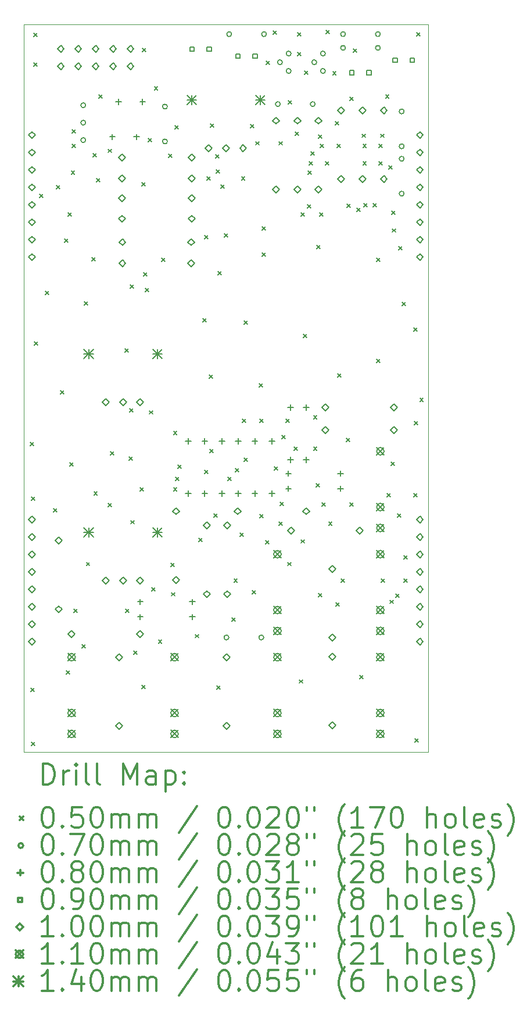
<source format=gbr>
%FSLAX45Y45*%
G04 Gerber Fmt 4.5, Leading zero omitted, Abs format (unit mm)*
G04 Created by KiCad (PCBNEW (5.0.0-rc2-dev)) date Thu Jun 18 08:05:52 2020*
%MOMM*%
%LPD*%
G01*
G04 APERTURE LIST*
%ADD10C,0.100000*%
%ADD11C,0.200000*%
%ADD12C,0.300000*%
G04 APERTURE END LIST*
D10*
X5900000Y10600000D02*
X5900000Y0D01*
X0Y0D02*
X0Y10600000D01*
X5900000Y0D02*
X0Y0D01*
X0Y10600000D02*
X5900000Y10600000D01*
D11*
X95000Y4515000D02*
X145000Y4465000D01*
X145000Y4515000D02*
X95000Y4465000D01*
X105000Y935000D02*
X155000Y885000D01*
X155000Y935000D02*
X105000Y885000D01*
X115000Y3715000D02*
X165000Y3665000D01*
X165000Y3715000D02*
X115000Y3665000D01*
X115000Y145000D02*
X165000Y95000D01*
X165000Y145000D02*
X115000Y95000D01*
X145000Y10475000D02*
X195000Y10425000D01*
X195000Y10475000D02*
X145000Y10425000D01*
X145000Y10045000D02*
X195000Y9995000D01*
X195000Y10045000D02*
X145000Y9995000D01*
X155000Y5975000D02*
X205000Y5925000D01*
X205000Y5975000D02*
X155000Y5925000D01*
X235000Y8125000D02*
X285000Y8075000D01*
X285000Y8125000D02*
X235000Y8075000D01*
X315000Y6715000D02*
X365000Y6665000D01*
X365000Y6715000D02*
X315000Y6665000D01*
X435000Y3545000D02*
X485000Y3495000D01*
X485000Y3545000D02*
X435000Y3495000D01*
X475000Y8255000D02*
X525000Y8205000D01*
X525000Y8255000D02*
X475000Y8205000D01*
X535000Y5265000D02*
X585000Y5215000D01*
X585000Y5265000D02*
X535000Y5215000D01*
X595000Y7475000D02*
X645000Y7425000D01*
X645000Y7475000D02*
X595000Y7425000D01*
X625000Y1185000D02*
X675000Y1135000D01*
X675000Y1185000D02*
X625000Y1135000D01*
X645000Y7855000D02*
X695000Y7805000D01*
X695000Y7855000D02*
X645000Y7805000D01*
X675000Y4215000D02*
X725000Y4165000D01*
X725000Y4215000D02*
X675000Y4165000D01*
X695000Y8465000D02*
X745000Y8415000D01*
X745000Y8465000D02*
X695000Y8415000D01*
X705000Y9065000D02*
X755000Y9015000D01*
X755000Y9065000D02*
X705000Y9015000D01*
X705000Y8855000D02*
X755000Y8805000D01*
X755000Y8855000D02*
X705000Y8805000D01*
X735000Y2085000D02*
X785000Y2035000D01*
X785000Y2085000D02*
X735000Y2035000D01*
X855000Y1565000D02*
X905000Y1515000D01*
X905000Y1565000D02*
X855000Y1515000D01*
X885000Y6565000D02*
X935000Y6515000D01*
X935000Y6565000D02*
X885000Y6515000D01*
X915000Y2765000D02*
X965000Y2715000D01*
X965000Y2765000D02*
X915000Y2715000D01*
X995000Y7205000D02*
X1045000Y7155000D01*
X1045000Y7205000D02*
X995000Y7155000D01*
X1015000Y8725000D02*
X1065000Y8675000D01*
X1065000Y8725000D02*
X1015000Y8675000D01*
X1025000Y3795000D02*
X1075000Y3745000D01*
X1075000Y3795000D02*
X1025000Y3745000D01*
X1065000Y8355000D02*
X1115000Y8305000D01*
X1115000Y8355000D02*
X1065000Y8305000D01*
X1095000Y9575000D02*
X1145000Y9525000D01*
X1145000Y9575000D02*
X1095000Y9525000D01*
X1235000Y8785000D02*
X1285000Y8735000D01*
X1285000Y8785000D02*
X1235000Y8735000D01*
X1235000Y3625000D02*
X1285000Y3575000D01*
X1285000Y3625000D02*
X1235000Y3575000D01*
X1265000Y4375000D02*
X1315000Y4325000D01*
X1315000Y4375000D02*
X1265000Y4325000D01*
X1475000Y5875000D02*
X1525000Y5825000D01*
X1525000Y5875000D02*
X1475000Y5825000D01*
X1485000Y2085000D02*
X1535000Y2035000D01*
X1535000Y2085000D02*
X1485000Y2035000D01*
X1535000Y4305000D02*
X1585000Y4255000D01*
X1585000Y4305000D02*
X1535000Y4255000D01*
X1545000Y5005000D02*
X1595000Y4955000D01*
X1595000Y5005000D02*
X1545000Y4955000D01*
X1555000Y6805000D02*
X1605000Y6755000D01*
X1605000Y6805000D02*
X1555000Y6755000D01*
X1565000Y3375000D02*
X1615000Y3325000D01*
X1615000Y3375000D02*
X1565000Y3325000D01*
X1605000Y1475000D02*
X1655000Y1425000D01*
X1655000Y1475000D02*
X1605000Y1425000D01*
X1695000Y3855000D02*
X1745000Y3805000D01*
X1745000Y3855000D02*
X1695000Y3805000D01*
X1725000Y8295000D02*
X1775000Y8245000D01*
X1775000Y8295000D02*
X1725000Y8245000D01*
X1725000Y975000D02*
X1775000Y925000D01*
X1775000Y975000D02*
X1725000Y925000D01*
X1735000Y10255000D02*
X1785000Y10205000D01*
X1785000Y10255000D02*
X1735000Y10205000D01*
X1745000Y6985000D02*
X1795000Y6935000D01*
X1795000Y6985000D02*
X1745000Y6935000D01*
X1775000Y6755000D02*
X1825000Y6705000D01*
X1825000Y6755000D02*
X1775000Y6705000D01*
X1815000Y8945000D02*
X1865000Y8895000D01*
X1865000Y8945000D02*
X1815000Y8895000D01*
X1835000Y4975000D02*
X1885000Y4925000D01*
X1885000Y4975000D02*
X1835000Y4925000D01*
X1865000Y2395000D02*
X1915000Y2345000D01*
X1915000Y2395000D02*
X1865000Y2345000D01*
X1905000Y9695000D02*
X1955000Y9645000D01*
X1955000Y9695000D02*
X1905000Y9645000D01*
X1965000Y1635000D02*
X2015000Y1585000D01*
X2015000Y1635000D02*
X1965000Y1585000D01*
X2015000Y7195000D02*
X2065000Y7145000D01*
X2065000Y7195000D02*
X2015000Y7145000D01*
X2115000Y8715000D02*
X2165000Y8665000D01*
X2165000Y8715000D02*
X2115000Y8665000D01*
X2145000Y2755000D02*
X2195000Y2705000D01*
X2195000Y2755000D02*
X2145000Y2705000D01*
X2155000Y2325000D02*
X2205000Y2275000D01*
X2205000Y2325000D02*
X2155000Y2275000D01*
X2185000Y4675000D02*
X2235000Y4625000D01*
X2235000Y4675000D02*
X2185000Y4625000D01*
X2185000Y3855000D02*
X2235000Y3805000D01*
X2235000Y3855000D02*
X2185000Y3805000D01*
X2205000Y9125000D02*
X2255000Y9075000D01*
X2255000Y9125000D02*
X2205000Y9075000D01*
X2215000Y4005000D02*
X2265000Y3955000D01*
X2265000Y4005000D02*
X2215000Y3955000D01*
X2245000Y4185000D02*
X2295000Y4135000D01*
X2295000Y4185000D02*
X2245000Y4135000D01*
X2505000Y1715000D02*
X2555000Y1665000D01*
X2555000Y1715000D02*
X2505000Y1665000D01*
X2555000Y3115000D02*
X2605000Y3065000D01*
X2605000Y3115000D02*
X2555000Y3065000D01*
X2615000Y6315000D02*
X2665000Y6265000D01*
X2665000Y6315000D02*
X2615000Y6265000D01*
X2635000Y7525000D02*
X2685000Y7475000D01*
X2685000Y7525000D02*
X2635000Y7475000D01*
X2635000Y4105000D02*
X2685000Y4055000D01*
X2685000Y4105000D02*
X2635000Y4055000D01*
X2675000Y8385000D02*
X2725000Y8335000D01*
X2725000Y8385000D02*
X2675000Y8335000D01*
X2705000Y5495000D02*
X2755000Y5445000D01*
X2755000Y5495000D02*
X2705000Y5445000D01*
X2715000Y4415000D02*
X2765000Y4365000D01*
X2765000Y4415000D02*
X2715000Y4365000D01*
X2725000Y9155000D02*
X2775000Y9105000D01*
X2775000Y9155000D02*
X2725000Y9105000D01*
X2775000Y3475000D02*
X2825000Y3425000D01*
X2825000Y3475000D02*
X2775000Y3425000D01*
X2795000Y8705000D02*
X2845000Y8655000D01*
X2845000Y8705000D02*
X2795000Y8655000D01*
X2805000Y8485000D02*
X2855000Y8435000D01*
X2855000Y8485000D02*
X2805000Y8435000D01*
X2815000Y965000D02*
X2865000Y915000D01*
X2865000Y965000D02*
X2815000Y915000D01*
X2835000Y7005000D02*
X2885000Y6955000D01*
X2885000Y7005000D02*
X2835000Y6955000D01*
X2875000Y8265000D02*
X2925000Y8215000D01*
X2925000Y8265000D02*
X2875000Y8215000D01*
X2925000Y7555000D02*
X2975000Y7505000D01*
X2975000Y7555000D02*
X2925000Y7505000D01*
X2975000Y4005000D02*
X3025000Y3955000D01*
X3025000Y4005000D02*
X2975000Y3955000D01*
X3035000Y1955000D02*
X3085000Y1905000D01*
X3085000Y1955000D02*
X3035000Y1905000D01*
X3065000Y2525000D02*
X3115000Y2475000D01*
X3115000Y2525000D02*
X3065000Y2475000D01*
X3085000Y4135000D02*
X3135000Y4085000D01*
X3135000Y4135000D02*
X3085000Y4085000D01*
X3155000Y3195000D02*
X3205000Y3145000D01*
X3205000Y3195000D02*
X3155000Y3145000D01*
X3175000Y8385000D02*
X3225000Y8335000D01*
X3225000Y8385000D02*
X3175000Y8335000D01*
X3185000Y4855000D02*
X3235000Y4805000D01*
X3235000Y4855000D02*
X3185000Y4805000D01*
X3215000Y6285000D02*
X3265000Y6235000D01*
X3265000Y6285000D02*
X3215000Y6235000D01*
X3215000Y4285000D02*
X3265000Y4235000D01*
X3265000Y4285000D02*
X3215000Y4235000D01*
X3305000Y9145000D02*
X3355000Y9095000D01*
X3355000Y9145000D02*
X3305000Y9095000D01*
X3335000Y2355000D02*
X3385000Y2305000D01*
X3385000Y2355000D02*
X3335000Y2305000D01*
X3385000Y8895000D02*
X3435000Y8845000D01*
X3435000Y8895000D02*
X3385000Y8845000D01*
X3435000Y5365000D02*
X3485000Y5315000D01*
X3485000Y5365000D02*
X3435000Y5315000D01*
X3445000Y4855000D02*
X3495000Y4805000D01*
X3495000Y4855000D02*
X3445000Y4805000D01*
X3445000Y3465000D02*
X3495000Y3415000D01*
X3495000Y3465000D02*
X3445000Y3415000D01*
X3475000Y7655000D02*
X3525000Y7605000D01*
X3525000Y7655000D02*
X3475000Y7605000D01*
X3475000Y7275000D02*
X3525000Y7225000D01*
X3525000Y7275000D02*
X3475000Y7225000D01*
X3525000Y3085000D02*
X3575000Y3035000D01*
X3575000Y3085000D02*
X3525000Y3035000D01*
X3535000Y10065000D02*
X3585000Y10015000D01*
X3585000Y10065000D02*
X3535000Y10015000D01*
X3635000Y10505000D02*
X3685000Y10455000D01*
X3685000Y10505000D02*
X3635000Y10455000D01*
X3655000Y4155000D02*
X3705000Y4105000D01*
X3705000Y4155000D02*
X3655000Y4105000D01*
X3725000Y8895000D02*
X3775000Y8845000D01*
X3775000Y8895000D02*
X3725000Y8845000D01*
X3725000Y3355000D02*
X3775000Y3305000D01*
X3775000Y3355000D02*
X3725000Y3305000D01*
X3735000Y3645000D02*
X3785000Y3595000D01*
X3785000Y3645000D02*
X3735000Y3595000D01*
X3765000Y4615000D02*
X3815000Y4565000D01*
X3815000Y4615000D02*
X3765000Y4565000D01*
X3825000Y4855000D02*
X3875000Y4805000D01*
X3875000Y4855000D02*
X3825000Y4805000D01*
X3845000Y2765000D02*
X3895000Y2715000D01*
X3895000Y2765000D02*
X3845000Y2715000D01*
X3855000Y9495000D02*
X3905000Y9445000D01*
X3905000Y9495000D02*
X3855000Y9445000D01*
X3945000Y4445000D02*
X3995000Y4395000D01*
X3995000Y4445000D02*
X3945000Y4395000D01*
X3955000Y9035000D02*
X4005000Y8985000D01*
X4005000Y9035000D02*
X3955000Y8985000D01*
X3995000Y10485000D02*
X4045000Y10435000D01*
X4045000Y10485000D02*
X3995000Y10435000D01*
X3995000Y10195000D02*
X4045000Y10145000D01*
X4045000Y10195000D02*
X3995000Y10145000D01*
X4015000Y1055000D02*
X4065000Y1005000D01*
X4065000Y1055000D02*
X4015000Y1005000D01*
X4045000Y7855000D02*
X4095000Y7805000D01*
X4095000Y7855000D02*
X4045000Y7805000D01*
X4045000Y3095000D02*
X4095000Y3045000D01*
X4095000Y3095000D02*
X4045000Y3045000D01*
X4075000Y6085000D02*
X4125000Y6035000D01*
X4125000Y6085000D02*
X4075000Y6035000D01*
X4095000Y9925000D02*
X4145000Y9875000D01*
X4145000Y9925000D02*
X4095000Y9875000D01*
X4135000Y7975000D02*
X4185000Y7925000D01*
X4185000Y7975000D02*
X4135000Y7925000D01*
X4145000Y8465000D02*
X4195000Y8415000D01*
X4195000Y8465000D02*
X4145000Y8415000D01*
X4165000Y8605000D02*
X4215000Y8555000D01*
X4215000Y8605000D02*
X4165000Y8555000D01*
X4185000Y8745000D02*
X4235000Y8695000D01*
X4235000Y8745000D02*
X4185000Y8695000D01*
X4225000Y4905000D02*
X4275000Y4855000D01*
X4275000Y4905000D02*
X4225000Y4855000D01*
X4225000Y4445000D02*
X4275000Y4395000D01*
X4275000Y4445000D02*
X4225000Y4395000D01*
X4265000Y3915000D02*
X4315000Y3865000D01*
X4315000Y3915000D02*
X4265000Y3865000D01*
X4275000Y7385000D02*
X4325000Y7335000D01*
X4325000Y7385000D02*
X4275000Y7335000D01*
X4295000Y8995000D02*
X4345000Y8945000D01*
X4345000Y8995000D02*
X4295000Y8945000D01*
X4295000Y2315000D02*
X4345000Y2265000D01*
X4345000Y2315000D02*
X4295000Y2265000D01*
X4315000Y7855000D02*
X4365000Y7805000D01*
X4365000Y7855000D02*
X4315000Y7805000D01*
X4325000Y8855000D02*
X4375000Y8805000D01*
X4375000Y8855000D02*
X4325000Y8805000D01*
X4345000Y3635000D02*
X4395000Y3585000D01*
X4395000Y3635000D02*
X4345000Y3585000D01*
X4395000Y8605000D02*
X4445000Y8555000D01*
X4445000Y8605000D02*
X4395000Y8555000D01*
X4405000Y10515000D02*
X4455000Y10465000D01*
X4455000Y10515000D02*
X4405000Y10465000D01*
X4445000Y3355000D02*
X4495000Y3305000D01*
X4495000Y3355000D02*
X4445000Y3305000D01*
X4505000Y9915000D02*
X4555000Y9865000D01*
X4555000Y9915000D02*
X4505000Y9865000D01*
X4545000Y9185000D02*
X4595000Y9135000D01*
X4595000Y9185000D02*
X4545000Y9135000D01*
X4555000Y2175000D02*
X4605000Y2125000D01*
X4605000Y2175000D02*
X4555000Y2125000D01*
X4565000Y8855000D02*
X4615000Y8805000D01*
X4615000Y8855000D02*
X4565000Y8805000D01*
X4575000Y5515000D02*
X4625000Y5465000D01*
X4625000Y5515000D02*
X4575000Y5465000D01*
X4625000Y2525000D02*
X4675000Y2475000D01*
X4675000Y2525000D02*
X4625000Y2475000D01*
X4705000Y4575000D02*
X4755000Y4525000D01*
X4755000Y4575000D02*
X4705000Y4525000D01*
X4715000Y7985000D02*
X4765000Y7935000D01*
X4765000Y7985000D02*
X4715000Y7935000D01*
X4755000Y9545000D02*
X4805000Y9495000D01*
X4805000Y9545000D02*
X4755000Y9495000D01*
X4755000Y3635000D02*
X4805000Y3585000D01*
X4805000Y3635000D02*
X4755000Y3585000D01*
X4805000Y10245000D02*
X4855000Y10195000D01*
X4855000Y10245000D02*
X4805000Y10195000D01*
X4855000Y7925000D02*
X4905000Y7875000D01*
X4905000Y7925000D02*
X4855000Y7875000D01*
X4895000Y1115000D02*
X4945000Y1065000D01*
X4945000Y1115000D02*
X4895000Y1065000D01*
X4935000Y9005000D02*
X4985000Y8955000D01*
X4985000Y9005000D02*
X4935000Y8955000D01*
X4945000Y8855000D02*
X4995000Y8805000D01*
X4995000Y8855000D02*
X4945000Y8805000D01*
X4945000Y8605000D02*
X4995000Y8555000D01*
X4995000Y8605000D02*
X4945000Y8555000D01*
X4955000Y7995000D02*
X5005000Y7945000D01*
X5005000Y7995000D02*
X4955000Y7945000D01*
X5095000Y7995000D02*
X5145000Y7945000D01*
X5145000Y7995000D02*
X5095000Y7945000D01*
X5145000Y7195000D02*
X5195000Y7145000D01*
X5195000Y7195000D02*
X5145000Y7145000D01*
X5145000Y5725000D02*
X5195000Y5675000D01*
X5195000Y5725000D02*
X5145000Y5675000D01*
X5175000Y8855000D02*
X5225000Y8805000D01*
X5225000Y8855000D02*
X5175000Y8805000D01*
X5175000Y8605000D02*
X5225000Y8555000D01*
X5225000Y8605000D02*
X5175000Y8555000D01*
X5205000Y9005000D02*
X5255000Y8955000D01*
X5255000Y9005000D02*
X5205000Y8955000D01*
X5215000Y2525000D02*
X5265000Y2475000D01*
X5265000Y2525000D02*
X5215000Y2475000D01*
X5275000Y9575000D02*
X5325000Y9525000D01*
X5325000Y9575000D02*
X5275000Y9525000D01*
X5295000Y3765000D02*
X5345000Y3715000D01*
X5345000Y3765000D02*
X5295000Y3715000D01*
X5325000Y8545000D02*
X5375000Y8495000D01*
X5375000Y8545000D02*
X5325000Y8495000D01*
X5335000Y2215000D02*
X5385000Y2165000D01*
X5385000Y2215000D02*
X5335000Y2165000D01*
X5355000Y4225000D02*
X5405000Y4175000D01*
X5405000Y4225000D02*
X5355000Y4175000D01*
X5365000Y7885000D02*
X5415000Y7835000D01*
X5415000Y7885000D02*
X5365000Y7835000D01*
X5375000Y7625000D02*
X5425000Y7575000D01*
X5425000Y7625000D02*
X5375000Y7575000D01*
X5425000Y2305000D02*
X5475000Y2255000D01*
X5475000Y2305000D02*
X5425000Y2255000D01*
X5445000Y3475000D02*
X5495000Y3425000D01*
X5495000Y3475000D02*
X5445000Y3425000D01*
X5465000Y7365000D02*
X5515000Y7315000D01*
X5515000Y7365000D02*
X5465000Y7315000D01*
X5515000Y6555000D02*
X5565000Y6505000D01*
X5565000Y6555000D02*
X5515000Y6505000D01*
X5545000Y2865000D02*
X5595000Y2815000D01*
X5595000Y2865000D02*
X5545000Y2815000D01*
X5545000Y2525000D02*
X5595000Y2475000D01*
X5595000Y2525000D02*
X5545000Y2475000D01*
X5685000Y6185000D02*
X5735000Y6135000D01*
X5735000Y6185000D02*
X5685000Y6135000D01*
X5685000Y3765000D02*
X5735000Y3715000D01*
X5735000Y3765000D02*
X5685000Y3715000D01*
X5695000Y4815000D02*
X5745000Y4765000D01*
X5745000Y4815000D02*
X5695000Y4765000D01*
X5705000Y195000D02*
X5755000Y145000D01*
X5755000Y195000D02*
X5705000Y145000D01*
X5725000Y10485000D02*
X5775000Y10435000D01*
X5775000Y10485000D02*
X5725000Y10435000D01*
X5775000Y5155000D02*
X5825000Y5105000D01*
X5825000Y5155000D02*
X5775000Y5105000D01*
X3031000Y10460000D02*
G75*
G03X3031000Y10460000I-35000J0D01*
G01*
X3539000Y10460000D02*
G75*
G03X3539000Y10460000I-35000J0D01*
G01*
X3771500Y10050000D02*
G75*
G03X3771500Y10050000I-35000J0D01*
G01*
X3898500Y10177000D02*
G75*
G03X3898500Y10177000I-35000J0D01*
G01*
X3898500Y9923000D02*
G75*
G03X3898500Y9923000I-35000J0D01*
G01*
X5545000Y8644000D02*
G75*
G03X5545000Y8644000I-35000J0D01*
G01*
X5545000Y8136000D02*
G75*
G03X5545000Y8136000I-35000J0D01*
G01*
X4691000Y10260000D02*
G75*
G03X4691000Y10260000I-35000J0D01*
G01*
X5199000Y10260000D02*
G75*
G03X5199000Y10260000I-35000J0D01*
G01*
X2095000Y9404000D02*
G75*
G03X2095000Y9404000I-35000J0D01*
G01*
X2095000Y8896000D02*
G75*
G03X2095000Y8896000I-35000J0D01*
G01*
X5545000Y9334000D02*
G75*
G03X5545000Y9334000I-35000J0D01*
G01*
X5545000Y8826000D02*
G75*
G03X5545000Y8826000I-35000J0D01*
G01*
X2991000Y1670000D02*
G75*
G03X2991000Y1670000I-35000J0D01*
G01*
X3499000Y1670000D02*
G75*
G03X3499000Y1670000I-35000J0D01*
G01*
X4691000Y10460000D02*
G75*
G03X4691000Y10460000I-35000J0D01*
G01*
X5199000Y10460000D02*
G75*
G03X5199000Y10460000I-35000J0D01*
G01*
X3741000Y9440000D02*
G75*
G03X3741000Y9440000I-35000J0D01*
G01*
X4249000Y9440000D02*
G75*
G03X4249000Y9440000I-35000J0D01*
G01*
X905000Y9424000D02*
G75*
G03X905000Y9424000I-35000J0D01*
G01*
X905000Y9170000D02*
G75*
G03X905000Y9170000I-35000J0D01*
G01*
X905000Y8916000D02*
G75*
G03X905000Y8916000I-35000J0D01*
G01*
X4271500Y10050000D02*
G75*
G03X4271500Y10050000I-35000J0D01*
G01*
X4398500Y10177000D02*
G75*
G03X4398500Y10177000I-35000J0D01*
G01*
X4398500Y9923000D02*
G75*
G03X4398500Y9923000I-35000J0D01*
G01*
X1645000Y9005000D02*
X1645000Y8925000D01*
X1605000Y8965000D02*
X1685000Y8965000D01*
X1735000Y9515000D02*
X1735000Y9435000D01*
X1695000Y9475000D02*
X1775000Y9475000D01*
X1700000Y2010000D02*
X1700000Y1930000D01*
X1660000Y1970000D02*
X1740000Y1970000D01*
X2460000Y2010000D02*
X2460000Y1930000D01*
X2420000Y1970000D02*
X2500000Y1970000D01*
X2640000Y4570000D02*
X2640000Y4490000D01*
X2600000Y4530000D02*
X2680000Y4530000D01*
X2640000Y3810000D02*
X2640000Y3730000D01*
X2600000Y3770000D02*
X2680000Y3770000D01*
X1700000Y2230000D02*
X1700000Y2150000D01*
X1660000Y2190000D02*
X1740000Y2190000D01*
X2460000Y2230000D02*
X2460000Y2150000D01*
X2420000Y2190000D02*
X2500000Y2190000D01*
X3860000Y3880000D02*
X3860000Y3800000D01*
X3820000Y3840000D02*
X3900000Y3840000D01*
X4620000Y3880000D02*
X4620000Y3800000D01*
X4580000Y3840000D02*
X4660000Y3840000D01*
X3890000Y5060000D02*
X3890000Y4980000D01*
X3850000Y5020000D02*
X3930000Y5020000D01*
X3890000Y4300000D02*
X3890000Y4220000D01*
X3850000Y4260000D02*
X3930000Y4260000D01*
X1295000Y9005000D02*
X1295000Y8925000D01*
X1255000Y8965000D02*
X1335000Y8965000D01*
X1385000Y9515000D02*
X1385000Y9435000D01*
X1345000Y9475000D02*
X1425000Y9475000D01*
X2890000Y4570000D02*
X2890000Y4490000D01*
X2850000Y4530000D02*
X2930000Y4530000D01*
X2890000Y3810000D02*
X2890000Y3730000D01*
X2850000Y3770000D02*
X2930000Y3770000D01*
X4120000Y5060000D02*
X4120000Y4980000D01*
X4080000Y5020000D02*
X4160000Y5020000D01*
X4120000Y4300000D02*
X4120000Y4220000D01*
X4080000Y4260000D02*
X4160000Y4260000D01*
X3860000Y4100000D02*
X3860000Y4020000D01*
X3820000Y4060000D02*
X3900000Y4060000D01*
X4620000Y4100000D02*
X4620000Y4020000D01*
X4580000Y4060000D02*
X4660000Y4060000D01*
X3130000Y4570000D02*
X3130000Y4490000D01*
X3090000Y4530000D02*
X3170000Y4530000D01*
X3130000Y3810000D02*
X3130000Y3730000D01*
X3090000Y3770000D02*
X3170000Y3770000D01*
X3370000Y4570000D02*
X3370000Y4490000D01*
X3330000Y4530000D02*
X3410000Y4530000D01*
X3370000Y3810000D02*
X3370000Y3730000D01*
X3330000Y3770000D02*
X3410000Y3770000D01*
X3620000Y4570000D02*
X3620000Y4490000D01*
X3580000Y4530000D02*
X3660000Y4530000D01*
X3620000Y3810000D02*
X3620000Y3730000D01*
X3580000Y3770000D02*
X3660000Y3770000D01*
X2400000Y4570000D02*
X2400000Y4490000D01*
X2360000Y4530000D02*
X2440000Y4530000D01*
X2400000Y3810000D02*
X2400000Y3730000D01*
X2360000Y3770000D02*
X2440000Y3770000D01*
X2486820Y10208180D02*
X2486820Y10271820D01*
X2423180Y10271820D01*
X2423180Y10208180D01*
X2486820Y10208180D01*
X2736820Y10208180D02*
X2736820Y10271820D01*
X2673180Y10271820D01*
X2673180Y10208180D01*
X2736820Y10208180D01*
X5446820Y10048180D02*
X5446820Y10111820D01*
X5383180Y10111820D01*
X5383180Y10048180D01*
X5446820Y10048180D01*
X5696820Y10048180D02*
X5696820Y10111820D01*
X5633180Y10111820D01*
X5633180Y10048180D01*
X5696820Y10048180D01*
X3156820Y10108180D02*
X3156820Y10171820D01*
X3093180Y10171820D01*
X3093180Y10108180D01*
X3156820Y10108180D01*
X3406820Y10108180D02*
X3406820Y10171820D01*
X3343180Y10171820D01*
X3343180Y10108180D01*
X3406820Y10108180D01*
X4816820Y9868180D02*
X4816820Y9931820D01*
X4753180Y9931820D01*
X4753180Y9868180D01*
X4816820Y9868180D01*
X5066820Y9868180D02*
X5066820Y9931820D01*
X5003180Y9931820D01*
X5003180Y9868180D01*
X5066820Y9868180D01*
X5250000Y9300000D02*
X5300000Y9350000D01*
X5250000Y9400000D01*
X5200000Y9350000D01*
X5250000Y9300000D01*
X5250000Y8300000D02*
X5300000Y8350000D01*
X5250000Y8400000D01*
X5200000Y8350000D01*
X5250000Y8300000D01*
X1200000Y5050000D02*
X1250000Y5100000D01*
X1200000Y5150000D01*
X1150000Y5100000D01*
X1200000Y5050000D01*
X1450000Y5050000D02*
X1500000Y5100000D01*
X1450000Y5150000D01*
X1400000Y5100000D01*
X1450000Y5050000D01*
X1700000Y5050000D02*
X1750000Y5100000D01*
X1700000Y5150000D01*
X1650000Y5100000D01*
X1700000Y5050000D01*
X4400000Y4640000D02*
X4450000Y4690000D01*
X4400000Y4740000D01*
X4350000Y4690000D01*
X4400000Y4640000D01*
X5400000Y4640000D02*
X5450000Y4690000D01*
X5400000Y4740000D01*
X5350000Y4690000D01*
X5400000Y4640000D01*
X700000Y1670000D02*
X750000Y1720000D01*
X700000Y1770000D01*
X650000Y1720000D01*
X700000Y1670000D01*
X1700000Y1670000D02*
X1750000Y1720000D01*
X1700000Y1770000D01*
X1650000Y1720000D01*
X1700000Y1670000D01*
X4500000Y2620000D02*
X4550000Y2670000D01*
X4500000Y2720000D01*
X4450000Y2670000D01*
X4500000Y2620000D01*
X4500000Y1620000D02*
X4550000Y1670000D01*
X4500000Y1720000D01*
X4450000Y1670000D01*
X4500000Y1620000D01*
X125000Y3339000D02*
X175000Y3389000D01*
X125000Y3439000D01*
X75000Y3389000D01*
X125000Y3339000D01*
X125000Y3085000D02*
X175000Y3135000D01*
X125000Y3185000D01*
X75000Y3135000D01*
X125000Y3085000D01*
X125000Y2831000D02*
X175000Y2881000D01*
X125000Y2931000D01*
X75000Y2881000D01*
X125000Y2831000D01*
X125000Y2577000D02*
X175000Y2627000D01*
X125000Y2677000D01*
X75000Y2627000D01*
X125000Y2577000D01*
X125000Y2323000D02*
X175000Y2373000D01*
X125000Y2423000D01*
X75000Y2373000D01*
X125000Y2323000D01*
X125000Y2069000D02*
X175000Y2119000D01*
X125000Y2169000D01*
X75000Y2119000D01*
X125000Y2069000D01*
X125000Y1815000D02*
X175000Y1865000D01*
X125000Y1915000D01*
X75000Y1865000D01*
X125000Y1815000D01*
X125000Y1561000D02*
X175000Y1611000D01*
X125000Y1661000D01*
X75000Y1611000D01*
X125000Y1561000D01*
X2970000Y3250000D02*
X3020000Y3300000D01*
X2970000Y3350000D01*
X2920000Y3300000D01*
X2970000Y3250000D01*
X2970000Y2250000D02*
X3020000Y2300000D01*
X2970000Y2350000D01*
X2920000Y2300000D01*
X2970000Y2250000D01*
X1432000Y8020000D02*
X1482000Y8070000D01*
X1432000Y8120000D01*
X1382000Y8070000D01*
X1432000Y8020000D01*
X2448000Y8020000D02*
X2498000Y8070000D01*
X2448000Y8120000D01*
X2398000Y8070000D01*
X2448000Y8020000D01*
X1440000Y7380000D02*
X1490000Y7430000D01*
X1440000Y7480000D01*
X1390000Y7430000D01*
X1440000Y7380000D01*
X2440000Y7380000D02*
X2490000Y7430000D01*
X2440000Y7480000D01*
X2390000Y7430000D01*
X2440000Y7380000D01*
X3900000Y3180000D02*
X3950000Y3230000D01*
X3900000Y3280000D01*
X3850000Y3230000D01*
X3900000Y3180000D01*
X4900000Y3180000D02*
X4950000Y3230000D01*
X4900000Y3280000D01*
X4850000Y3230000D01*
X4900000Y3180000D01*
X2670000Y3250000D02*
X2720000Y3300000D01*
X2670000Y3350000D01*
X2620000Y3300000D01*
X2670000Y3250000D01*
X2670000Y2250000D02*
X2720000Y2300000D01*
X2670000Y2350000D01*
X2620000Y2300000D01*
X2670000Y2250000D01*
X1200000Y2450000D02*
X1250000Y2500000D01*
X1200000Y2550000D01*
X1150000Y2500000D01*
X1200000Y2450000D01*
X1450000Y2450000D02*
X1500000Y2500000D01*
X1450000Y2550000D01*
X1400000Y2500000D01*
X1450000Y2450000D01*
X1700000Y2450000D02*
X1750000Y2500000D01*
X1700000Y2550000D01*
X1650000Y2500000D01*
X1700000Y2450000D01*
X3120000Y3460000D02*
X3170000Y3510000D01*
X3120000Y3560000D01*
X3070000Y3510000D01*
X3120000Y3460000D01*
X4120000Y3460000D02*
X4170000Y3510000D01*
X4120000Y3560000D01*
X4070000Y3510000D01*
X4120000Y3460000D01*
X5775000Y3339000D02*
X5825000Y3389000D01*
X5775000Y3439000D01*
X5725000Y3389000D01*
X5775000Y3339000D01*
X5775000Y3085000D02*
X5825000Y3135000D01*
X5775000Y3185000D01*
X5725000Y3135000D01*
X5775000Y3085000D01*
X5775000Y2831000D02*
X5825000Y2881000D01*
X5775000Y2931000D01*
X5725000Y2881000D01*
X5775000Y2831000D01*
X5775000Y2577000D02*
X5825000Y2627000D01*
X5775000Y2677000D01*
X5725000Y2627000D01*
X5775000Y2577000D01*
X5775000Y2323000D02*
X5825000Y2373000D01*
X5775000Y2423000D01*
X5725000Y2373000D01*
X5775000Y2323000D01*
X5775000Y2069000D02*
X5825000Y2119000D01*
X5775000Y2169000D01*
X5725000Y2119000D01*
X5775000Y2069000D01*
X5775000Y1815000D02*
X5825000Y1865000D01*
X5775000Y1915000D01*
X5725000Y1865000D01*
X5775000Y1815000D01*
X5775000Y1561000D02*
X5825000Y1611000D01*
X5775000Y1661000D01*
X5725000Y1611000D01*
X5775000Y1561000D01*
X1432000Y8610000D02*
X1482000Y8660000D01*
X1432000Y8710000D01*
X1382000Y8660000D01*
X1432000Y8610000D01*
X2448000Y8610000D02*
X2498000Y8660000D01*
X2448000Y8710000D01*
X2398000Y8660000D01*
X2448000Y8610000D01*
X1432000Y8310000D02*
X1482000Y8360000D01*
X1432000Y8410000D01*
X1382000Y8360000D01*
X1432000Y8310000D01*
X2448000Y8310000D02*
X2498000Y8360000D01*
X2448000Y8410000D01*
X2398000Y8360000D01*
X2448000Y8310000D01*
X2700000Y8750000D02*
X2750000Y8800000D01*
X2700000Y8850000D01*
X2650000Y8800000D01*
X2700000Y8750000D01*
X2950000Y8750000D02*
X3000000Y8800000D01*
X2950000Y8850000D01*
X2900000Y8800000D01*
X2950000Y8750000D01*
X3200000Y8750000D02*
X3250000Y8800000D01*
X3200000Y8850000D01*
X3150000Y8800000D01*
X3200000Y8750000D01*
X4400000Y4970000D02*
X4450000Y5020000D01*
X4400000Y5070000D01*
X4350000Y5020000D01*
X4400000Y4970000D01*
X5400000Y4970000D02*
X5450000Y5020000D01*
X5400000Y5070000D01*
X5350000Y5020000D01*
X5400000Y4970000D01*
X125000Y8939000D02*
X175000Y8989000D01*
X125000Y9039000D01*
X75000Y8989000D01*
X125000Y8939000D01*
X125000Y8685000D02*
X175000Y8735000D01*
X125000Y8785000D01*
X75000Y8735000D01*
X125000Y8685000D01*
X125000Y8431000D02*
X175000Y8481000D01*
X125000Y8531000D01*
X75000Y8481000D01*
X125000Y8431000D01*
X125000Y8177000D02*
X175000Y8227000D01*
X125000Y8277000D01*
X75000Y8227000D01*
X125000Y8177000D01*
X125000Y7923000D02*
X175000Y7973000D01*
X125000Y8023000D01*
X75000Y7973000D01*
X125000Y7923000D01*
X125000Y7669000D02*
X175000Y7719000D01*
X125000Y7769000D01*
X75000Y7719000D01*
X125000Y7669000D01*
X125000Y7415000D02*
X175000Y7465000D01*
X125000Y7515000D01*
X75000Y7465000D01*
X125000Y7415000D01*
X125000Y7161000D02*
X175000Y7211000D01*
X125000Y7261000D01*
X75000Y7211000D01*
X125000Y7161000D01*
X1440000Y7070000D02*
X1490000Y7120000D01*
X1440000Y7170000D01*
X1390000Y7120000D01*
X1440000Y7070000D01*
X2440000Y7070000D02*
X2490000Y7120000D01*
X2440000Y7170000D01*
X2390000Y7120000D01*
X2440000Y7070000D01*
X510000Y3030000D02*
X560000Y3080000D01*
X510000Y3130000D01*
X460000Y3080000D01*
X510000Y3030000D01*
X510000Y2030000D02*
X560000Y2080000D01*
X510000Y2130000D01*
X460000Y2080000D01*
X510000Y2030000D01*
X4500000Y1340000D02*
X4550000Y1390000D01*
X4500000Y1440000D01*
X4450000Y1390000D01*
X4500000Y1340000D01*
X4500000Y340000D02*
X4550000Y390000D01*
X4500000Y440000D01*
X4450000Y390000D01*
X4500000Y340000D01*
X4300000Y9150000D02*
X4350000Y9200000D01*
X4300000Y9250000D01*
X4250000Y9200000D01*
X4300000Y9150000D01*
X4300000Y8150000D02*
X4350000Y8200000D01*
X4300000Y8250000D01*
X4250000Y8200000D01*
X4300000Y8150000D01*
X5775000Y8939000D02*
X5825000Y8989000D01*
X5775000Y9039000D01*
X5725000Y8989000D01*
X5775000Y8939000D01*
X5775000Y8685000D02*
X5825000Y8735000D01*
X5775000Y8785000D01*
X5725000Y8735000D01*
X5775000Y8685000D01*
X5775000Y8431000D02*
X5825000Y8481000D01*
X5775000Y8531000D01*
X5725000Y8481000D01*
X5775000Y8431000D01*
X5775000Y8177000D02*
X5825000Y8227000D01*
X5775000Y8277000D01*
X5725000Y8227000D01*
X5775000Y8177000D01*
X5775000Y7923000D02*
X5825000Y7973000D01*
X5775000Y8023000D01*
X5725000Y7973000D01*
X5775000Y7923000D01*
X5775000Y7669000D02*
X5825000Y7719000D01*
X5775000Y7769000D01*
X5725000Y7719000D01*
X5775000Y7669000D01*
X5775000Y7415000D02*
X5825000Y7465000D01*
X5775000Y7515000D01*
X5725000Y7465000D01*
X5775000Y7415000D01*
X5775000Y7161000D02*
X5825000Y7211000D01*
X5775000Y7261000D01*
X5725000Y7211000D01*
X5775000Y7161000D01*
X4940000Y9300000D02*
X4990000Y9350000D01*
X4940000Y9400000D01*
X4890000Y9350000D01*
X4940000Y9300000D01*
X4940000Y8300000D02*
X4990000Y8350000D01*
X4940000Y8400000D01*
X4890000Y8350000D01*
X4940000Y8300000D01*
X4630000Y9300000D02*
X4680000Y9350000D01*
X4630000Y9400000D01*
X4580000Y9350000D01*
X4630000Y9300000D01*
X4630000Y8300000D02*
X4680000Y8350000D01*
X4630000Y8400000D01*
X4580000Y8350000D01*
X4630000Y8300000D01*
X2220000Y3460000D02*
X2270000Y3510000D01*
X2220000Y3560000D01*
X2170000Y3510000D01*
X2220000Y3460000D01*
X2220000Y2460000D02*
X2270000Y2510000D01*
X2220000Y2560000D01*
X2170000Y2510000D01*
X2220000Y2460000D01*
X2960000Y1330000D02*
X3010000Y1380000D01*
X2960000Y1430000D01*
X2910000Y1380000D01*
X2960000Y1330000D01*
X2960000Y330000D02*
X3010000Y380000D01*
X2960000Y430000D01*
X2910000Y380000D01*
X2960000Y330000D01*
X3680000Y9150000D02*
X3730000Y9200000D01*
X3680000Y9250000D01*
X3630000Y9200000D01*
X3680000Y9150000D01*
X3680000Y8150000D02*
X3730000Y8200000D01*
X3680000Y8250000D01*
X3630000Y8200000D01*
X3680000Y8150000D01*
X3990000Y9150000D02*
X4040000Y9200000D01*
X3990000Y9250000D01*
X3940000Y9200000D01*
X3990000Y9150000D01*
X3990000Y8150000D02*
X4040000Y8200000D01*
X3990000Y8250000D01*
X3940000Y8200000D01*
X3990000Y8150000D01*
X1432000Y7720000D02*
X1482000Y7770000D01*
X1432000Y7820000D01*
X1382000Y7770000D01*
X1432000Y7720000D01*
X2448000Y7720000D02*
X2498000Y7770000D01*
X2448000Y7820000D01*
X2398000Y7770000D01*
X2448000Y7720000D01*
X542000Y10197000D02*
X592000Y10247000D01*
X542000Y10297000D01*
X492000Y10247000D01*
X542000Y10197000D01*
X542000Y9943000D02*
X592000Y9993000D01*
X542000Y10043000D01*
X492000Y9993000D01*
X542000Y9943000D01*
X796000Y10197000D02*
X846000Y10247000D01*
X796000Y10297000D01*
X746000Y10247000D01*
X796000Y10197000D01*
X796000Y9943000D02*
X846000Y9993000D01*
X796000Y10043000D01*
X746000Y9993000D01*
X796000Y9943000D01*
X1050000Y10197000D02*
X1100000Y10247000D01*
X1050000Y10297000D01*
X1000000Y10247000D01*
X1050000Y10197000D01*
X1050000Y9943000D02*
X1100000Y9993000D01*
X1050000Y10043000D01*
X1000000Y9993000D01*
X1050000Y9943000D01*
X1304000Y10197000D02*
X1354000Y10247000D01*
X1304000Y10297000D01*
X1254000Y10247000D01*
X1304000Y10197000D01*
X1304000Y9943000D02*
X1354000Y9993000D01*
X1304000Y10043000D01*
X1254000Y9993000D01*
X1304000Y9943000D01*
X1558000Y10197000D02*
X1608000Y10247000D01*
X1558000Y10297000D01*
X1508000Y10247000D01*
X1558000Y10197000D01*
X1558000Y9943000D02*
X1608000Y9993000D01*
X1558000Y10043000D01*
X1508000Y9993000D01*
X1558000Y9943000D01*
X1390000Y1330000D02*
X1440000Y1380000D01*
X1390000Y1430000D01*
X1340000Y1380000D01*
X1390000Y1330000D01*
X1390000Y330000D02*
X1440000Y380000D01*
X1390000Y430000D01*
X1340000Y380000D01*
X1390000Y330000D01*
X645000Y1437600D02*
X755000Y1327600D01*
X755000Y1437600D02*
X645000Y1327600D01*
X755000Y1382600D02*
G75*
G03X755000Y1382600I-55000J0D01*
G01*
X645000Y624800D02*
X755000Y514800D01*
X755000Y624800D02*
X645000Y514800D01*
X755000Y569800D02*
G75*
G03X755000Y569800I-55000J0D01*
G01*
X645000Y320000D02*
X755000Y210000D01*
X755000Y320000D02*
X645000Y210000D01*
X755000Y265000D02*
G75*
G03X755000Y265000I-55000J0D01*
G01*
X2145000Y1437600D02*
X2255000Y1327600D01*
X2255000Y1437600D02*
X2145000Y1327600D01*
X2255000Y1382600D02*
G75*
G03X2255000Y1382600I-55000J0D01*
G01*
X2145000Y624800D02*
X2255000Y514800D01*
X2255000Y624800D02*
X2145000Y514800D01*
X2255000Y569800D02*
G75*
G03X2255000Y569800I-55000J0D01*
G01*
X2145000Y320000D02*
X2255000Y210000D01*
X2255000Y320000D02*
X2145000Y210000D01*
X2255000Y265000D02*
G75*
G03X2255000Y265000I-55000J0D01*
G01*
X5145000Y4437600D02*
X5255000Y4327600D01*
X5255000Y4437600D02*
X5145000Y4327600D01*
X5255000Y4382600D02*
G75*
G03X5255000Y4382600I-55000J0D01*
G01*
X5145000Y3624800D02*
X5255000Y3514800D01*
X5255000Y3624800D02*
X5145000Y3514800D01*
X5255000Y3569800D02*
G75*
G03X5255000Y3569800I-55000J0D01*
G01*
X5145000Y3320000D02*
X5255000Y3210000D01*
X5255000Y3320000D02*
X5145000Y3210000D01*
X5255000Y3265000D02*
G75*
G03X5255000Y3265000I-55000J0D01*
G01*
X5145000Y2937600D02*
X5255000Y2827600D01*
X5255000Y2937600D02*
X5145000Y2827600D01*
X5255000Y2882600D02*
G75*
G03X5255000Y2882600I-55000J0D01*
G01*
X5145000Y2124800D02*
X5255000Y2014800D01*
X5255000Y2124800D02*
X5145000Y2014800D01*
X5255000Y2069800D02*
G75*
G03X5255000Y2069800I-55000J0D01*
G01*
X5145000Y1820000D02*
X5255000Y1710000D01*
X5255000Y1820000D02*
X5145000Y1710000D01*
X5255000Y1765000D02*
G75*
G03X5255000Y1765000I-55000J0D01*
G01*
X3645000Y1437600D02*
X3755000Y1327600D01*
X3755000Y1437600D02*
X3645000Y1327600D01*
X3755000Y1382600D02*
G75*
G03X3755000Y1382600I-55000J0D01*
G01*
X3645000Y624800D02*
X3755000Y514800D01*
X3755000Y624800D02*
X3645000Y514800D01*
X3755000Y569800D02*
G75*
G03X3755000Y569800I-55000J0D01*
G01*
X3645000Y320000D02*
X3755000Y210000D01*
X3755000Y320000D02*
X3645000Y210000D01*
X3755000Y265000D02*
G75*
G03X3755000Y265000I-55000J0D01*
G01*
X3645000Y2937600D02*
X3755000Y2827600D01*
X3755000Y2937600D02*
X3645000Y2827600D01*
X3755000Y2882600D02*
G75*
G03X3755000Y2882600I-55000J0D01*
G01*
X3645000Y2124800D02*
X3755000Y2014800D01*
X3755000Y2124800D02*
X3645000Y2014800D01*
X3755000Y2069800D02*
G75*
G03X3755000Y2069800I-55000J0D01*
G01*
X3645000Y1820000D02*
X3755000Y1710000D01*
X3755000Y1820000D02*
X3645000Y1710000D01*
X3755000Y1765000D02*
G75*
G03X3755000Y1765000I-55000J0D01*
G01*
X5145000Y1437600D02*
X5255000Y1327600D01*
X5255000Y1437600D02*
X5145000Y1327600D01*
X5255000Y1382600D02*
G75*
G03X5255000Y1382600I-55000J0D01*
G01*
X5145000Y624800D02*
X5255000Y514800D01*
X5255000Y624800D02*
X5145000Y514800D01*
X5255000Y569800D02*
G75*
G03X5255000Y569800I-55000J0D01*
G01*
X5145000Y320000D02*
X5255000Y210000D01*
X5255000Y320000D02*
X5145000Y210000D01*
X5255000Y265000D02*
G75*
G03X5255000Y265000I-55000J0D01*
G01*
X1880000Y3270000D02*
X2020000Y3130000D01*
X2020000Y3270000D02*
X1880000Y3130000D01*
X1950000Y3270000D02*
X1950000Y3130000D01*
X1880000Y3200000D02*
X2020000Y3200000D01*
X2380000Y9570000D02*
X2520000Y9430000D01*
X2520000Y9570000D02*
X2380000Y9430000D01*
X2450000Y9570000D02*
X2450000Y9430000D01*
X2380000Y9500000D02*
X2520000Y9500000D01*
X3380000Y9570000D02*
X3520000Y9430000D01*
X3520000Y9570000D02*
X3380000Y9430000D01*
X3450000Y9570000D02*
X3450000Y9430000D01*
X3380000Y9500000D02*
X3520000Y9500000D01*
X880000Y5870000D02*
X1020000Y5730000D01*
X1020000Y5870000D02*
X880000Y5730000D01*
X950000Y5870000D02*
X950000Y5730000D01*
X880000Y5800000D02*
X1020000Y5800000D01*
X1880000Y5870000D02*
X2020000Y5730000D01*
X2020000Y5870000D02*
X1880000Y5730000D01*
X1950000Y5870000D02*
X1950000Y5730000D01*
X1880000Y5800000D02*
X2020000Y5800000D01*
X880000Y3270000D02*
X1020000Y3130000D01*
X1020000Y3270000D02*
X880000Y3130000D01*
X950000Y3270000D02*
X950000Y3130000D01*
X880000Y3200000D02*
X1020000Y3200000D01*
D12*
X281428Y-470714D02*
X281428Y-170714D01*
X352857Y-170714D01*
X395714Y-185000D01*
X424286Y-213571D01*
X438571Y-242143D01*
X452857Y-299286D01*
X452857Y-342143D01*
X438571Y-399286D01*
X424286Y-427857D01*
X395714Y-456429D01*
X352857Y-470714D01*
X281428Y-470714D01*
X581428Y-470714D02*
X581428Y-270714D01*
X581428Y-327857D02*
X595714Y-299286D01*
X610000Y-285000D01*
X638571Y-270714D01*
X667143Y-270714D01*
X767143Y-470714D02*
X767143Y-270714D01*
X767143Y-170714D02*
X752857Y-185000D01*
X767143Y-199286D01*
X781428Y-185000D01*
X767143Y-170714D01*
X767143Y-199286D01*
X952857Y-470714D02*
X924286Y-456429D01*
X910000Y-427857D01*
X910000Y-170714D01*
X1110000Y-470714D02*
X1081428Y-456429D01*
X1067143Y-427857D01*
X1067143Y-170714D01*
X1452857Y-470714D02*
X1452857Y-170714D01*
X1552857Y-385000D01*
X1652857Y-170714D01*
X1652857Y-470714D01*
X1924286Y-470714D02*
X1924286Y-313572D01*
X1910000Y-285000D01*
X1881428Y-270714D01*
X1824286Y-270714D01*
X1795714Y-285000D01*
X1924286Y-456429D02*
X1895714Y-470714D01*
X1824286Y-470714D01*
X1795714Y-456429D01*
X1781428Y-427857D01*
X1781428Y-399286D01*
X1795714Y-370714D01*
X1824286Y-356429D01*
X1895714Y-356429D01*
X1924286Y-342143D01*
X2067143Y-270714D02*
X2067143Y-570714D01*
X2067143Y-285000D02*
X2095714Y-270714D01*
X2152857Y-270714D01*
X2181428Y-285000D01*
X2195714Y-299286D01*
X2210000Y-327857D01*
X2210000Y-413571D01*
X2195714Y-442143D01*
X2181428Y-456429D01*
X2152857Y-470714D01*
X2095714Y-470714D01*
X2067143Y-456429D01*
X2338571Y-442143D02*
X2352857Y-456429D01*
X2338571Y-470714D01*
X2324286Y-456429D01*
X2338571Y-442143D01*
X2338571Y-470714D01*
X2338571Y-285000D02*
X2352857Y-299286D01*
X2338571Y-313572D01*
X2324286Y-299286D01*
X2338571Y-285000D01*
X2338571Y-313572D01*
X-55000Y-940000D02*
X-5000Y-990000D01*
X-5000Y-940000D02*
X-55000Y-990000D01*
X338571Y-800714D02*
X367143Y-800714D01*
X395714Y-815000D01*
X410000Y-829286D01*
X424286Y-857857D01*
X438571Y-915000D01*
X438571Y-986429D01*
X424286Y-1043571D01*
X410000Y-1072143D01*
X395714Y-1086429D01*
X367143Y-1100714D01*
X338571Y-1100714D01*
X310000Y-1086429D01*
X295714Y-1072143D01*
X281428Y-1043571D01*
X267143Y-986429D01*
X267143Y-915000D01*
X281428Y-857857D01*
X295714Y-829286D01*
X310000Y-815000D01*
X338571Y-800714D01*
X567143Y-1072143D02*
X581428Y-1086429D01*
X567143Y-1100714D01*
X552857Y-1086429D01*
X567143Y-1072143D01*
X567143Y-1100714D01*
X852857Y-800714D02*
X710000Y-800714D01*
X695714Y-943571D01*
X710000Y-929286D01*
X738571Y-915000D01*
X810000Y-915000D01*
X838571Y-929286D01*
X852857Y-943571D01*
X867143Y-972143D01*
X867143Y-1043571D01*
X852857Y-1072143D01*
X838571Y-1086429D01*
X810000Y-1100714D01*
X738571Y-1100714D01*
X710000Y-1086429D01*
X695714Y-1072143D01*
X1052857Y-800714D02*
X1081428Y-800714D01*
X1110000Y-815000D01*
X1124286Y-829286D01*
X1138571Y-857857D01*
X1152857Y-915000D01*
X1152857Y-986429D01*
X1138571Y-1043571D01*
X1124286Y-1072143D01*
X1110000Y-1086429D01*
X1081428Y-1100714D01*
X1052857Y-1100714D01*
X1024286Y-1086429D01*
X1010000Y-1072143D01*
X995714Y-1043571D01*
X981428Y-986429D01*
X981428Y-915000D01*
X995714Y-857857D01*
X1010000Y-829286D01*
X1024286Y-815000D01*
X1052857Y-800714D01*
X1281428Y-1100714D02*
X1281428Y-900714D01*
X1281428Y-929286D02*
X1295714Y-915000D01*
X1324286Y-900714D01*
X1367143Y-900714D01*
X1395714Y-915000D01*
X1410000Y-943571D01*
X1410000Y-1100714D01*
X1410000Y-943571D02*
X1424286Y-915000D01*
X1452857Y-900714D01*
X1495714Y-900714D01*
X1524286Y-915000D01*
X1538571Y-943571D01*
X1538571Y-1100714D01*
X1681428Y-1100714D02*
X1681428Y-900714D01*
X1681428Y-929286D02*
X1695714Y-915000D01*
X1724286Y-900714D01*
X1767143Y-900714D01*
X1795714Y-915000D01*
X1810000Y-943571D01*
X1810000Y-1100714D01*
X1810000Y-943571D02*
X1824286Y-915000D01*
X1852857Y-900714D01*
X1895714Y-900714D01*
X1924286Y-915000D01*
X1938571Y-943571D01*
X1938571Y-1100714D01*
X2524286Y-786429D02*
X2267143Y-1172143D01*
X2910000Y-800714D02*
X2938571Y-800714D01*
X2967143Y-815000D01*
X2981428Y-829286D01*
X2995714Y-857857D01*
X3010000Y-915000D01*
X3010000Y-986429D01*
X2995714Y-1043571D01*
X2981428Y-1072143D01*
X2967143Y-1086429D01*
X2938571Y-1100714D01*
X2910000Y-1100714D01*
X2881428Y-1086429D01*
X2867143Y-1072143D01*
X2852857Y-1043571D01*
X2838571Y-986429D01*
X2838571Y-915000D01*
X2852857Y-857857D01*
X2867143Y-829286D01*
X2881428Y-815000D01*
X2910000Y-800714D01*
X3138571Y-1072143D02*
X3152857Y-1086429D01*
X3138571Y-1100714D01*
X3124286Y-1086429D01*
X3138571Y-1072143D01*
X3138571Y-1100714D01*
X3338571Y-800714D02*
X3367143Y-800714D01*
X3395714Y-815000D01*
X3410000Y-829286D01*
X3424286Y-857857D01*
X3438571Y-915000D01*
X3438571Y-986429D01*
X3424286Y-1043571D01*
X3410000Y-1072143D01*
X3395714Y-1086429D01*
X3367143Y-1100714D01*
X3338571Y-1100714D01*
X3310000Y-1086429D01*
X3295714Y-1072143D01*
X3281428Y-1043571D01*
X3267143Y-986429D01*
X3267143Y-915000D01*
X3281428Y-857857D01*
X3295714Y-829286D01*
X3310000Y-815000D01*
X3338571Y-800714D01*
X3552857Y-829286D02*
X3567143Y-815000D01*
X3595714Y-800714D01*
X3667143Y-800714D01*
X3695714Y-815000D01*
X3710000Y-829286D01*
X3724286Y-857857D01*
X3724286Y-886429D01*
X3710000Y-929286D01*
X3538571Y-1100714D01*
X3724286Y-1100714D01*
X3910000Y-800714D02*
X3938571Y-800714D01*
X3967143Y-815000D01*
X3981428Y-829286D01*
X3995714Y-857857D01*
X4010000Y-915000D01*
X4010000Y-986429D01*
X3995714Y-1043571D01*
X3981428Y-1072143D01*
X3967143Y-1086429D01*
X3938571Y-1100714D01*
X3910000Y-1100714D01*
X3881428Y-1086429D01*
X3867143Y-1072143D01*
X3852857Y-1043571D01*
X3838571Y-986429D01*
X3838571Y-915000D01*
X3852857Y-857857D01*
X3867143Y-829286D01*
X3881428Y-815000D01*
X3910000Y-800714D01*
X4124286Y-800714D02*
X4124286Y-857857D01*
X4238571Y-800714D02*
X4238571Y-857857D01*
X4681428Y-1215000D02*
X4667143Y-1200714D01*
X4638571Y-1157857D01*
X4624286Y-1129286D01*
X4610000Y-1086429D01*
X4595714Y-1015000D01*
X4595714Y-957857D01*
X4610000Y-886429D01*
X4624286Y-843571D01*
X4638571Y-815000D01*
X4667143Y-772143D01*
X4681428Y-757857D01*
X4952857Y-1100714D02*
X4781428Y-1100714D01*
X4867143Y-1100714D02*
X4867143Y-800714D01*
X4838571Y-843571D01*
X4810000Y-872143D01*
X4781428Y-886429D01*
X5052857Y-800714D02*
X5252857Y-800714D01*
X5124286Y-1100714D01*
X5424286Y-800714D02*
X5452857Y-800714D01*
X5481428Y-815000D01*
X5495714Y-829286D01*
X5510000Y-857857D01*
X5524286Y-915000D01*
X5524286Y-986429D01*
X5510000Y-1043571D01*
X5495714Y-1072143D01*
X5481428Y-1086429D01*
X5452857Y-1100714D01*
X5424286Y-1100714D01*
X5395714Y-1086429D01*
X5381428Y-1072143D01*
X5367143Y-1043571D01*
X5352857Y-986429D01*
X5352857Y-915000D01*
X5367143Y-857857D01*
X5381428Y-829286D01*
X5395714Y-815000D01*
X5424286Y-800714D01*
X5881428Y-1100714D02*
X5881428Y-800714D01*
X6010000Y-1100714D02*
X6010000Y-943571D01*
X5995714Y-915000D01*
X5967143Y-900714D01*
X5924286Y-900714D01*
X5895714Y-915000D01*
X5881428Y-929286D01*
X6195714Y-1100714D02*
X6167143Y-1086429D01*
X6152857Y-1072143D01*
X6138571Y-1043571D01*
X6138571Y-957857D01*
X6152857Y-929286D01*
X6167143Y-915000D01*
X6195714Y-900714D01*
X6238571Y-900714D01*
X6267143Y-915000D01*
X6281428Y-929286D01*
X6295714Y-957857D01*
X6295714Y-1043571D01*
X6281428Y-1072143D01*
X6267143Y-1086429D01*
X6238571Y-1100714D01*
X6195714Y-1100714D01*
X6467143Y-1100714D02*
X6438571Y-1086429D01*
X6424286Y-1057857D01*
X6424286Y-800714D01*
X6695714Y-1086429D02*
X6667143Y-1100714D01*
X6610000Y-1100714D01*
X6581428Y-1086429D01*
X6567143Y-1057857D01*
X6567143Y-943571D01*
X6581428Y-915000D01*
X6610000Y-900714D01*
X6667143Y-900714D01*
X6695714Y-915000D01*
X6710000Y-943571D01*
X6710000Y-972143D01*
X6567143Y-1000714D01*
X6824286Y-1086429D02*
X6852857Y-1100714D01*
X6910000Y-1100714D01*
X6938571Y-1086429D01*
X6952857Y-1057857D01*
X6952857Y-1043571D01*
X6938571Y-1015000D01*
X6910000Y-1000714D01*
X6867143Y-1000714D01*
X6838571Y-986429D01*
X6824286Y-957857D01*
X6824286Y-943571D01*
X6838571Y-915000D01*
X6867143Y-900714D01*
X6910000Y-900714D01*
X6938571Y-915000D01*
X7052857Y-1215000D02*
X7067143Y-1200714D01*
X7095714Y-1157857D01*
X7110000Y-1129286D01*
X7124286Y-1086429D01*
X7138571Y-1015000D01*
X7138571Y-957857D01*
X7124286Y-886429D01*
X7110000Y-843571D01*
X7095714Y-815000D01*
X7067143Y-772143D01*
X7052857Y-757857D01*
X-5000Y-1361000D02*
G75*
G03X-5000Y-1361000I-35000J0D01*
G01*
X338571Y-1196714D02*
X367143Y-1196714D01*
X395714Y-1211000D01*
X410000Y-1225286D01*
X424286Y-1253857D01*
X438571Y-1311000D01*
X438571Y-1382429D01*
X424286Y-1439571D01*
X410000Y-1468143D01*
X395714Y-1482429D01*
X367143Y-1496714D01*
X338571Y-1496714D01*
X310000Y-1482429D01*
X295714Y-1468143D01*
X281428Y-1439571D01*
X267143Y-1382429D01*
X267143Y-1311000D01*
X281428Y-1253857D01*
X295714Y-1225286D01*
X310000Y-1211000D01*
X338571Y-1196714D01*
X567143Y-1468143D02*
X581428Y-1482429D01*
X567143Y-1496714D01*
X552857Y-1482429D01*
X567143Y-1468143D01*
X567143Y-1496714D01*
X681428Y-1196714D02*
X881428Y-1196714D01*
X752857Y-1496714D01*
X1052857Y-1196714D02*
X1081428Y-1196714D01*
X1110000Y-1211000D01*
X1124286Y-1225286D01*
X1138571Y-1253857D01*
X1152857Y-1311000D01*
X1152857Y-1382429D01*
X1138571Y-1439571D01*
X1124286Y-1468143D01*
X1110000Y-1482429D01*
X1081428Y-1496714D01*
X1052857Y-1496714D01*
X1024286Y-1482429D01*
X1010000Y-1468143D01*
X995714Y-1439571D01*
X981428Y-1382429D01*
X981428Y-1311000D01*
X995714Y-1253857D01*
X1010000Y-1225286D01*
X1024286Y-1211000D01*
X1052857Y-1196714D01*
X1281428Y-1496714D02*
X1281428Y-1296714D01*
X1281428Y-1325286D02*
X1295714Y-1311000D01*
X1324286Y-1296714D01*
X1367143Y-1296714D01*
X1395714Y-1311000D01*
X1410000Y-1339572D01*
X1410000Y-1496714D01*
X1410000Y-1339572D02*
X1424286Y-1311000D01*
X1452857Y-1296714D01*
X1495714Y-1296714D01*
X1524286Y-1311000D01*
X1538571Y-1339572D01*
X1538571Y-1496714D01*
X1681428Y-1496714D02*
X1681428Y-1296714D01*
X1681428Y-1325286D02*
X1695714Y-1311000D01*
X1724286Y-1296714D01*
X1767143Y-1296714D01*
X1795714Y-1311000D01*
X1810000Y-1339572D01*
X1810000Y-1496714D01*
X1810000Y-1339572D02*
X1824286Y-1311000D01*
X1852857Y-1296714D01*
X1895714Y-1296714D01*
X1924286Y-1311000D01*
X1938571Y-1339572D01*
X1938571Y-1496714D01*
X2524286Y-1182429D02*
X2267143Y-1568143D01*
X2910000Y-1196714D02*
X2938571Y-1196714D01*
X2967143Y-1211000D01*
X2981428Y-1225286D01*
X2995714Y-1253857D01*
X3010000Y-1311000D01*
X3010000Y-1382429D01*
X2995714Y-1439571D01*
X2981428Y-1468143D01*
X2967143Y-1482429D01*
X2938571Y-1496714D01*
X2910000Y-1496714D01*
X2881428Y-1482429D01*
X2867143Y-1468143D01*
X2852857Y-1439571D01*
X2838571Y-1382429D01*
X2838571Y-1311000D01*
X2852857Y-1253857D01*
X2867143Y-1225286D01*
X2881428Y-1211000D01*
X2910000Y-1196714D01*
X3138571Y-1468143D02*
X3152857Y-1482429D01*
X3138571Y-1496714D01*
X3124286Y-1482429D01*
X3138571Y-1468143D01*
X3138571Y-1496714D01*
X3338571Y-1196714D02*
X3367143Y-1196714D01*
X3395714Y-1211000D01*
X3410000Y-1225286D01*
X3424286Y-1253857D01*
X3438571Y-1311000D01*
X3438571Y-1382429D01*
X3424286Y-1439571D01*
X3410000Y-1468143D01*
X3395714Y-1482429D01*
X3367143Y-1496714D01*
X3338571Y-1496714D01*
X3310000Y-1482429D01*
X3295714Y-1468143D01*
X3281428Y-1439571D01*
X3267143Y-1382429D01*
X3267143Y-1311000D01*
X3281428Y-1253857D01*
X3295714Y-1225286D01*
X3310000Y-1211000D01*
X3338571Y-1196714D01*
X3552857Y-1225286D02*
X3567143Y-1211000D01*
X3595714Y-1196714D01*
X3667143Y-1196714D01*
X3695714Y-1211000D01*
X3710000Y-1225286D01*
X3724286Y-1253857D01*
X3724286Y-1282429D01*
X3710000Y-1325286D01*
X3538571Y-1496714D01*
X3724286Y-1496714D01*
X3895714Y-1325286D02*
X3867143Y-1311000D01*
X3852857Y-1296714D01*
X3838571Y-1268143D01*
X3838571Y-1253857D01*
X3852857Y-1225286D01*
X3867143Y-1211000D01*
X3895714Y-1196714D01*
X3952857Y-1196714D01*
X3981428Y-1211000D01*
X3995714Y-1225286D01*
X4010000Y-1253857D01*
X4010000Y-1268143D01*
X3995714Y-1296714D01*
X3981428Y-1311000D01*
X3952857Y-1325286D01*
X3895714Y-1325286D01*
X3867143Y-1339572D01*
X3852857Y-1353857D01*
X3838571Y-1382429D01*
X3838571Y-1439571D01*
X3852857Y-1468143D01*
X3867143Y-1482429D01*
X3895714Y-1496714D01*
X3952857Y-1496714D01*
X3981428Y-1482429D01*
X3995714Y-1468143D01*
X4010000Y-1439571D01*
X4010000Y-1382429D01*
X3995714Y-1353857D01*
X3981428Y-1339572D01*
X3952857Y-1325286D01*
X4124286Y-1196714D02*
X4124286Y-1253857D01*
X4238571Y-1196714D02*
X4238571Y-1253857D01*
X4681428Y-1611000D02*
X4667143Y-1596714D01*
X4638571Y-1553857D01*
X4624286Y-1525286D01*
X4610000Y-1482429D01*
X4595714Y-1411000D01*
X4595714Y-1353857D01*
X4610000Y-1282429D01*
X4624286Y-1239572D01*
X4638571Y-1211000D01*
X4667143Y-1168143D01*
X4681428Y-1153857D01*
X4781428Y-1225286D02*
X4795714Y-1211000D01*
X4824286Y-1196714D01*
X4895714Y-1196714D01*
X4924286Y-1211000D01*
X4938571Y-1225286D01*
X4952857Y-1253857D01*
X4952857Y-1282429D01*
X4938571Y-1325286D01*
X4767143Y-1496714D01*
X4952857Y-1496714D01*
X5224286Y-1196714D02*
X5081428Y-1196714D01*
X5067143Y-1339572D01*
X5081428Y-1325286D01*
X5110000Y-1311000D01*
X5181428Y-1311000D01*
X5210000Y-1325286D01*
X5224286Y-1339572D01*
X5238571Y-1368143D01*
X5238571Y-1439571D01*
X5224286Y-1468143D01*
X5210000Y-1482429D01*
X5181428Y-1496714D01*
X5110000Y-1496714D01*
X5081428Y-1482429D01*
X5067143Y-1468143D01*
X5595714Y-1496714D02*
X5595714Y-1196714D01*
X5724286Y-1496714D02*
X5724286Y-1339572D01*
X5710000Y-1311000D01*
X5681428Y-1296714D01*
X5638571Y-1296714D01*
X5610000Y-1311000D01*
X5595714Y-1325286D01*
X5910000Y-1496714D02*
X5881428Y-1482429D01*
X5867143Y-1468143D01*
X5852857Y-1439571D01*
X5852857Y-1353857D01*
X5867143Y-1325286D01*
X5881428Y-1311000D01*
X5910000Y-1296714D01*
X5952857Y-1296714D01*
X5981428Y-1311000D01*
X5995714Y-1325286D01*
X6010000Y-1353857D01*
X6010000Y-1439571D01*
X5995714Y-1468143D01*
X5981428Y-1482429D01*
X5952857Y-1496714D01*
X5910000Y-1496714D01*
X6181428Y-1496714D02*
X6152857Y-1482429D01*
X6138571Y-1453857D01*
X6138571Y-1196714D01*
X6410000Y-1482429D02*
X6381428Y-1496714D01*
X6324286Y-1496714D01*
X6295714Y-1482429D01*
X6281428Y-1453857D01*
X6281428Y-1339572D01*
X6295714Y-1311000D01*
X6324286Y-1296714D01*
X6381428Y-1296714D01*
X6410000Y-1311000D01*
X6424286Y-1339572D01*
X6424286Y-1368143D01*
X6281428Y-1396714D01*
X6538571Y-1482429D02*
X6567143Y-1496714D01*
X6624286Y-1496714D01*
X6652857Y-1482429D01*
X6667143Y-1453857D01*
X6667143Y-1439571D01*
X6652857Y-1411000D01*
X6624286Y-1396714D01*
X6581428Y-1396714D01*
X6552857Y-1382429D01*
X6538571Y-1353857D01*
X6538571Y-1339572D01*
X6552857Y-1311000D01*
X6581428Y-1296714D01*
X6624286Y-1296714D01*
X6652857Y-1311000D01*
X6767143Y-1611000D02*
X6781428Y-1596714D01*
X6810000Y-1553857D01*
X6824286Y-1525286D01*
X6838571Y-1482429D01*
X6852857Y-1411000D01*
X6852857Y-1353857D01*
X6838571Y-1282429D01*
X6824286Y-1239572D01*
X6810000Y-1211000D01*
X6781428Y-1168143D01*
X6767143Y-1153857D01*
X-45000Y-1717000D02*
X-45000Y-1797000D01*
X-85000Y-1757000D02*
X-5000Y-1757000D01*
X338571Y-1592714D02*
X367143Y-1592714D01*
X395714Y-1607000D01*
X410000Y-1621286D01*
X424286Y-1649857D01*
X438571Y-1707000D01*
X438571Y-1778429D01*
X424286Y-1835571D01*
X410000Y-1864143D01*
X395714Y-1878429D01*
X367143Y-1892714D01*
X338571Y-1892714D01*
X310000Y-1878429D01*
X295714Y-1864143D01*
X281428Y-1835571D01*
X267143Y-1778429D01*
X267143Y-1707000D01*
X281428Y-1649857D01*
X295714Y-1621286D01*
X310000Y-1607000D01*
X338571Y-1592714D01*
X567143Y-1864143D02*
X581428Y-1878429D01*
X567143Y-1892714D01*
X552857Y-1878429D01*
X567143Y-1864143D01*
X567143Y-1892714D01*
X752857Y-1721286D02*
X724286Y-1707000D01*
X710000Y-1692714D01*
X695714Y-1664143D01*
X695714Y-1649857D01*
X710000Y-1621286D01*
X724286Y-1607000D01*
X752857Y-1592714D01*
X810000Y-1592714D01*
X838571Y-1607000D01*
X852857Y-1621286D01*
X867143Y-1649857D01*
X867143Y-1664143D01*
X852857Y-1692714D01*
X838571Y-1707000D01*
X810000Y-1721286D01*
X752857Y-1721286D01*
X724286Y-1735571D01*
X710000Y-1749857D01*
X695714Y-1778429D01*
X695714Y-1835571D01*
X710000Y-1864143D01*
X724286Y-1878429D01*
X752857Y-1892714D01*
X810000Y-1892714D01*
X838571Y-1878429D01*
X852857Y-1864143D01*
X867143Y-1835571D01*
X867143Y-1778429D01*
X852857Y-1749857D01*
X838571Y-1735571D01*
X810000Y-1721286D01*
X1052857Y-1592714D02*
X1081428Y-1592714D01*
X1110000Y-1607000D01*
X1124286Y-1621286D01*
X1138571Y-1649857D01*
X1152857Y-1707000D01*
X1152857Y-1778429D01*
X1138571Y-1835571D01*
X1124286Y-1864143D01*
X1110000Y-1878429D01*
X1081428Y-1892714D01*
X1052857Y-1892714D01*
X1024286Y-1878429D01*
X1010000Y-1864143D01*
X995714Y-1835571D01*
X981428Y-1778429D01*
X981428Y-1707000D01*
X995714Y-1649857D01*
X1010000Y-1621286D01*
X1024286Y-1607000D01*
X1052857Y-1592714D01*
X1281428Y-1892714D02*
X1281428Y-1692714D01*
X1281428Y-1721286D02*
X1295714Y-1707000D01*
X1324286Y-1692714D01*
X1367143Y-1692714D01*
X1395714Y-1707000D01*
X1410000Y-1735571D01*
X1410000Y-1892714D01*
X1410000Y-1735571D02*
X1424286Y-1707000D01*
X1452857Y-1692714D01*
X1495714Y-1692714D01*
X1524286Y-1707000D01*
X1538571Y-1735571D01*
X1538571Y-1892714D01*
X1681428Y-1892714D02*
X1681428Y-1692714D01*
X1681428Y-1721286D02*
X1695714Y-1707000D01*
X1724286Y-1692714D01*
X1767143Y-1692714D01*
X1795714Y-1707000D01*
X1810000Y-1735571D01*
X1810000Y-1892714D01*
X1810000Y-1735571D02*
X1824286Y-1707000D01*
X1852857Y-1692714D01*
X1895714Y-1692714D01*
X1924286Y-1707000D01*
X1938571Y-1735571D01*
X1938571Y-1892714D01*
X2524286Y-1578429D02*
X2267143Y-1964143D01*
X2910000Y-1592714D02*
X2938571Y-1592714D01*
X2967143Y-1607000D01*
X2981428Y-1621286D01*
X2995714Y-1649857D01*
X3010000Y-1707000D01*
X3010000Y-1778429D01*
X2995714Y-1835571D01*
X2981428Y-1864143D01*
X2967143Y-1878429D01*
X2938571Y-1892714D01*
X2910000Y-1892714D01*
X2881428Y-1878429D01*
X2867143Y-1864143D01*
X2852857Y-1835571D01*
X2838571Y-1778429D01*
X2838571Y-1707000D01*
X2852857Y-1649857D01*
X2867143Y-1621286D01*
X2881428Y-1607000D01*
X2910000Y-1592714D01*
X3138571Y-1864143D02*
X3152857Y-1878429D01*
X3138571Y-1892714D01*
X3124286Y-1878429D01*
X3138571Y-1864143D01*
X3138571Y-1892714D01*
X3338571Y-1592714D02*
X3367143Y-1592714D01*
X3395714Y-1607000D01*
X3410000Y-1621286D01*
X3424286Y-1649857D01*
X3438571Y-1707000D01*
X3438571Y-1778429D01*
X3424286Y-1835571D01*
X3410000Y-1864143D01*
X3395714Y-1878429D01*
X3367143Y-1892714D01*
X3338571Y-1892714D01*
X3310000Y-1878429D01*
X3295714Y-1864143D01*
X3281428Y-1835571D01*
X3267143Y-1778429D01*
X3267143Y-1707000D01*
X3281428Y-1649857D01*
X3295714Y-1621286D01*
X3310000Y-1607000D01*
X3338571Y-1592714D01*
X3538571Y-1592714D02*
X3724286Y-1592714D01*
X3624286Y-1707000D01*
X3667143Y-1707000D01*
X3695714Y-1721286D01*
X3710000Y-1735571D01*
X3724286Y-1764143D01*
X3724286Y-1835571D01*
X3710000Y-1864143D01*
X3695714Y-1878429D01*
X3667143Y-1892714D01*
X3581428Y-1892714D01*
X3552857Y-1878429D01*
X3538571Y-1864143D01*
X4010000Y-1892714D02*
X3838571Y-1892714D01*
X3924286Y-1892714D02*
X3924286Y-1592714D01*
X3895714Y-1635571D01*
X3867143Y-1664143D01*
X3838571Y-1678429D01*
X4124286Y-1592714D02*
X4124286Y-1649857D01*
X4238571Y-1592714D02*
X4238571Y-1649857D01*
X4681428Y-2007000D02*
X4667143Y-1992714D01*
X4638571Y-1949857D01*
X4624286Y-1921286D01*
X4610000Y-1878429D01*
X4595714Y-1807000D01*
X4595714Y-1749857D01*
X4610000Y-1678429D01*
X4624286Y-1635571D01*
X4638571Y-1607000D01*
X4667143Y-1564143D01*
X4681428Y-1549857D01*
X4781428Y-1621286D02*
X4795714Y-1607000D01*
X4824286Y-1592714D01*
X4895714Y-1592714D01*
X4924286Y-1607000D01*
X4938571Y-1621286D01*
X4952857Y-1649857D01*
X4952857Y-1678429D01*
X4938571Y-1721286D01*
X4767143Y-1892714D01*
X4952857Y-1892714D01*
X5124286Y-1721286D02*
X5095714Y-1707000D01*
X5081428Y-1692714D01*
X5067143Y-1664143D01*
X5067143Y-1649857D01*
X5081428Y-1621286D01*
X5095714Y-1607000D01*
X5124286Y-1592714D01*
X5181428Y-1592714D01*
X5210000Y-1607000D01*
X5224286Y-1621286D01*
X5238571Y-1649857D01*
X5238571Y-1664143D01*
X5224286Y-1692714D01*
X5210000Y-1707000D01*
X5181428Y-1721286D01*
X5124286Y-1721286D01*
X5095714Y-1735571D01*
X5081428Y-1749857D01*
X5067143Y-1778429D01*
X5067143Y-1835571D01*
X5081428Y-1864143D01*
X5095714Y-1878429D01*
X5124286Y-1892714D01*
X5181428Y-1892714D01*
X5210000Y-1878429D01*
X5224286Y-1864143D01*
X5238571Y-1835571D01*
X5238571Y-1778429D01*
X5224286Y-1749857D01*
X5210000Y-1735571D01*
X5181428Y-1721286D01*
X5595714Y-1892714D02*
X5595714Y-1592714D01*
X5724286Y-1892714D02*
X5724286Y-1735571D01*
X5710000Y-1707000D01*
X5681428Y-1692714D01*
X5638571Y-1692714D01*
X5610000Y-1707000D01*
X5595714Y-1721286D01*
X5910000Y-1892714D02*
X5881428Y-1878429D01*
X5867143Y-1864143D01*
X5852857Y-1835571D01*
X5852857Y-1749857D01*
X5867143Y-1721286D01*
X5881428Y-1707000D01*
X5910000Y-1692714D01*
X5952857Y-1692714D01*
X5981428Y-1707000D01*
X5995714Y-1721286D01*
X6010000Y-1749857D01*
X6010000Y-1835571D01*
X5995714Y-1864143D01*
X5981428Y-1878429D01*
X5952857Y-1892714D01*
X5910000Y-1892714D01*
X6181428Y-1892714D02*
X6152857Y-1878429D01*
X6138571Y-1849857D01*
X6138571Y-1592714D01*
X6410000Y-1878429D02*
X6381428Y-1892714D01*
X6324286Y-1892714D01*
X6295714Y-1878429D01*
X6281428Y-1849857D01*
X6281428Y-1735571D01*
X6295714Y-1707000D01*
X6324286Y-1692714D01*
X6381428Y-1692714D01*
X6410000Y-1707000D01*
X6424286Y-1735571D01*
X6424286Y-1764143D01*
X6281428Y-1792714D01*
X6538571Y-1878429D02*
X6567143Y-1892714D01*
X6624286Y-1892714D01*
X6652857Y-1878429D01*
X6667143Y-1849857D01*
X6667143Y-1835571D01*
X6652857Y-1807000D01*
X6624286Y-1792714D01*
X6581428Y-1792714D01*
X6552857Y-1778429D01*
X6538571Y-1749857D01*
X6538571Y-1735571D01*
X6552857Y-1707000D01*
X6581428Y-1692714D01*
X6624286Y-1692714D01*
X6652857Y-1707000D01*
X6767143Y-2007000D02*
X6781428Y-1992714D01*
X6810000Y-1949857D01*
X6824286Y-1921286D01*
X6838571Y-1878429D01*
X6852857Y-1807000D01*
X6852857Y-1749857D01*
X6838571Y-1678429D01*
X6824286Y-1635571D01*
X6810000Y-1607000D01*
X6781428Y-1564143D01*
X6767143Y-1549857D01*
X-18180Y-2184820D02*
X-18180Y-2121180D01*
X-81820Y-2121180D01*
X-81820Y-2184820D01*
X-18180Y-2184820D01*
X338571Y-1988714D02*
X367143Y-1988714D01*
X395714Y-2003000D01*
X410000Y-2017286D01*
X424286Y-2045857D01*
X438571Y-2103000D01*
X438571Y-2174429D01*
X424286Y-2231572D01*
X410000Y-2260143D01*
X395714Y-2274429D01*
X367143Y-2288714D01*
X338571Y-2288714D01*
X310000Y-2274429D01*
X295714Y-2260143D01*
X281428Y-2231572D01*
X267143Y-2174429D01*
X267143Y-2103000D01*
X281428Y-2045857D01*
X295714Y-2017286D01*
X310000Y-2003000D01*
X338571Y-1988714D01*
X567143Y-2260143D02*
X581428Y-2274429D01*
X567143Y-2288714D01*
X552857Y-2274429D01*
X567143Y-2260143D01*
X567143Y-2288714D01*
X724286Y-2288714D02*
X781428Y-2288714D01*
X810000Y-2274429D01*
X824286Y-2260143D01*
X852857Y-2217286D01*
X867143Y-2160143D01*
X867143Y-2045857D01*
X852857Y-2017286D01*
X838571Y-2003000D01*
X810000Y-1988714D01*
X752857Y-1988714D01*
X724286Y-2003000D01*
X710000Y-2017286D01*
X695714Y-2045857D01*
X695714Y-2117286D01*
X710000Y-2145857D01*
X724286Y-2160143D01*
X752857Y-2174429D01*
X810000Y-2174429D01*
X838571Y-2160143D01*
X852857Y-2145857D01*
X867143Y-2117286D01*
X1052857Y-1988714D02*
X1081428Y-1988714D01*
X1110000Y-2003000D01*
X1124286Y-2017286D01*
X1138571Y-2045857D01*
X1152857Y-2103000D01*
X1152857Y-2174429D01*
X1138571Y-2231572D01*
X1124286Y-2260143D01*
X1110000Y-2274429D01*
X1081428Y-2288714D01*
X1052857Y-2288714D01*
X1024286Y-2274429D01*
X1010000Y-2260143D01*
X995714Y-2231572D01*
X981428Y-2174429D01*
X981428Y-2103000D01*
X995714Y-2045857D01*
X1010000Y-2017286D01*
X1024286Y-2003000D01*
X1052857Y-1988714D01*
X1281428Y-2288714D02*
X1281428Y-2088714D01*
X1281428Y-2117286D02*
X1295714Y-2103000D01*
X1324286Y-2088714D01*
X1367143Y-2088714D01*
X1395714Y-2103000D01*
X1410000Y-2131572D01*
X1410000Y-2288714D01*
X1410000Y-2131572D02*
X1424286Y-2103000D01*
X1452857Y-2088714D01*
X1495714Y-2088714D01*
X1524286Y-2103000D01*
X1538571Y-2131572D01*
X1538571Y-2288714D01*
X1681428Y-2288714D02*
X1681428Y-2088714D01*
X1681428Y-2117286D02*
X1695714Y-2103000D01*
X1724286Y-2088714D01*
X1767143Y-2088714D01*
X1795714Y-2103000D01*
X1810000Y-2131572D01*
X1810000Y-2288714D01*
X1810000Y-2131572D02*
X1824286Y-2103000D01*
X1852857Y-2088714D01*
X1895714Y-2088714D01*
X1924286Y-2103000D01*
X1938571Y-2131572D01*
X1938571Y-2288714D01*
X2524286Y-1974429D02*
X2267143Y-2360143D01*
X2910000Y-1988714D02*
X2938571Y-1988714D01*
X2967143Y-2003000D01*
X2981428Y-2017286D01*
X2995714Y-2045857D01*
X3010000Y-2103000D01*
X3010000Y-2174429D01*
X2995714Y-2231572D01*
X2981428Y-2260143D01*
X2967143Y-2274429D01*
X2938571Y-2288714D01*
X2910000Y-2288714D01*
X2881428Y-2274429D01*
X2867143Y-2260143D01*
X2852857Y-2231572D01*
X2838571Y-2174429D01*
X2838571Y-2103000D01*
X2852857Y-2045857D01*
X2867143Y-2017286D01*
X2881428Y-2003000D01*
X2910000Y-1988714D01*
X3138571Y-2260143D02*
X3152857Y-2274429D01*
X3138571Y-2288714D01*
X3124286Y-2274429D01*
X3138571Y-2260143D01*
X3138571Y-2288714D01*
X3338571Y-1988714D02*
X3367143Y-1988714D01*
X3395714Y-2003000D01*
X3410000Y-2017286D01*
X3424286Y-2045857D01*
X3438571Y-2103000D01*
X3438571Y-2174429D01*
X3424286Y-2231572D01*
X3410000Y-2260143D01*
X3395714Y-2274429D01*
X3367143Y-2288714D01*
X3338571Y-2288714D01*
X3310000Y-2274429D01*
X3295714Y-2260143D01*
X3281428Y-2231572D01*
X3267143Y-2174429D01*
X3267143Y-2103000D01*
X3281428Y-2045857D01*
X3295714Y-2017286D01*
X3310000Y-2003000D01*
X3338571Y-1988714D01*
X3538571Y-1988714D02*
X3724286Y-1988714D01*
X3624286Y-2103000D01*
X3667143Y-2103000D01*
X3695714Y-2117286D01*
X3710000Y-2131572D01*
X3724286Y-2160143D01*
X3724286Y-2231572D01*
X3710000Y-2260143D01*
X3695714Y-2274429D01*
X3667143Y-2288714D01*
X3581428Y-2288714D01*
X3552857Y-2274429D01*
X3538571Y-2260143D01*
X3995714Y-1988714D02*
X3852857Y-1988714D01*
X3838571Y-2131572D01*
X3852857Y-2117286D01*
X3881428Y-2103000D01*
X3952857Y-2103000D01*
X3981428Y-2117286D01*
X3995714Y-2131572D01*
X4010000Y-2160143D01*
X4010000Y-2231572D01*
X3995714Y-2260143D01*
X3981428Y-2274429D01*
X3952857Y-2288714D01*
X3881428Y-2288714D01*
X3852857Y-2274429D01*
X3838571Y-2260143D01*
X4124286Y-1988714D02*
X4124286Y-2045857D01*
X4238571Y-1988714D02*
X4238571Y-2045857D01*
X4681428Y-2403000D02*
X4667143Y-2388714D01*
X4638571Y-2345857D01*
X4624286Y-2317286D01*
X4610000Y-2274429D01*
X4595714Y-2203000D01*
X4595714Y-2145857D01*
X4610000Y-2074429D01*
X4624286Y-2031571D01*
X4638571Y-2003000D01*
X4667143Y-1960143D01*
X4681428Y-1945857D01*
X4838571Y-2117286D02*
X4810000Y-2103000D01*
X4795714Y-2088714D01*
X4781428Y-2060143D01*
X4781428Y-2045857D01*
X4795714Y-2017286D01*
X4810000Y-2003000D01*
X4838571Y-1988714D01*
X4895714Y-1988714D01*
X4924286Y-2003000D01*
X4938571Y-2017286D01*
X4952857Y-2045857D01*
X4952857Y-2060143D01*
X4938571Y-2088714D01*
X4924286Y-2103000D01*
X4895714Y-2117286D01*
X4838571Y-2117286D01*
X4810000Y-2131572D01*
X4795714Y-2145857D01*
X4781428Y-2174429D01*
X4781428Y-2231572D01*
X4795714Y-2260143D01*
X4810000Y-2274429D01*
X4838571Y-2288714D01*
X4895714Y-2288714D01*
X4924286Y-2274429D01*
X4938571Y-2260143D01*
X4952857Y-2231572D01*
X4952857Y-2174429D01*
X4938571Y-2145857D01*
X4924286Y-2131572D01*
X4895714Y-2117286D01*
X5310000Y-2288714D02*
X5310000Y-1988714D01*
X5438571Y-2288714D02*
X5438571Y-2131572D01*
X5424286Y-2103000D01*
X5395714Y-2088714D01*
X5352857Y-2088714D01*
X5324286Y-2103000D01*
X5310000Y-2117286D01*
X5624286Y-2288714D02*
X5595714Y-2274429D01*
X5581428Y-2260143D01*
X5567143Y-2231572D01*
X5567143Y-2145857D01*
X5581428Y-2117286D01*
X5595714Y-2103000D01*
X5624286Y-2088714D01*
X5667143Y-2088714D01*
X5695714Y-2103000D01*
X5710000Y-2117286D01*
X5724286Y-2145857D01*
X5724286Y-2231572D01*
X5710000Y-2260143D01*
X5695714Y-2274429D01*
X5667143Y-2288714D01*
X5624286Y-2288714D01*
X5895714Y-2288714D02*
X5867143Y-2274429D01*
X5852857Y-2245857D01*
X5852857Y-1988714D01*
X6124286Y-2274429D02*
X6095714Y-2288714D01*
X6038571Y-2288714D01*
X6010000Y-2274429D01*
X5995714Y-2245857D01*
X5995714Y-2131572D01*
X6010000Y-2103000D01*
X6038571Y-2088714D01*
X6095714Y-2088714D01*
X6124286Y-2103000D01*
X6138571Y-2131572D01*
X6138571Y-2160143D01*
X5995714Y-2188714D01*
X6252857Y-2274429D02*
X6281428Y-2288714D01*
X6338571Y-2288714D01*
X6367143Y-2274429D01*
X6381428Y-2245857D01*
X6381428Y-2231572D01*
X6367143Y-2203000D01*
X6338571Y-2188714D01*
X6295714Y-2188714D01*
X6267143Y-2174429D01*
X6252857Y-2145857D01*
X6252857Y-2131572D01*
X6267143Y-2103000D01*
X6295714Y-2088714D01*
X6338571Y-2088714D01*
X6367143Y-2103000D01*
X6481428Y-2403000D02*
X6495714Y-2388714D01*
X6524286Y-2345857D01*
X6538571Y-2317286D01*
X6552857Y-2274429D01*
X6567143Y-2203000D01*
X6567143Y-2145857D01*
X6552857Y-2074429D01*
X6538571Y-2031571D01*
X6524286Y-2003000D01*
X6495714Y-1960143D01*
X6481428Y-1945857D01*
X-55000Y-2599000D02*
X-5000Y-2549000D01*
X-55000Y-2499000D01*
X-105000Y-2549000D01*
X-55000Y-2599000D01*
X438571Y-2684714D02*
X267143Y-2684714D01*
X352857Y-2684714D02*
X352857Y-2384714D01*
X324286Y-2427572D01*
X295714Y-2456143D01*
X267143Y-2470429D01*
X567143Y-2656143D02*
X581428Y-2670429D01*
X567143Y-2684714D01*
X552857Y-2670429D01*
X567143Y-2656143D01*
X567143Y-2684714D01*
X767143Y-2384714D02*
X795714Y-2384714D01*
X824286Y-2399000D01*
X838571Y-2413286D01*
X852857Y-2441857D01*
X867143Y-2499000D01*
X867143Y-2570429D01*
X852857Y-2627572D01*
X838571Y-2656143D01*
X824286Y-2670429D01*
X795714Y-2684714D01*
X767143Y-2684714D01*
X738571Y-2670429D01*
X724286Y-2656143D01*
X710000Y-2627572D01*
X695714Y-2570429D01*
X695714Y-2499000D01*
X710000Y-2441857D01*
X724286Y-2413286D01*
X738571Y-2399000D01*
X767143Y-2384714D01*
X1052857Y-2384714D02*
X1081428Y-2384714D01*
X1110000Y-2399000D01*
X1124286Y-2413286D01*
X1138571Y-2441857D01*
X1152857Y-2499000D01*
X1152857Y-2570429D01*
X1138571Y-2627572D01*
X1124286Y-2656143D01*
X1110000Y-2670429D01*
X1081428Y-2684714D01*
X1052857Y-2684714D01*
X1024286Y-2670429D01*
X1010000Y-2656143D01*
X995714Y-2627572D01*
X981428Y-2570429D01*
X981428Y-2499000D01*
X995714Y-2441857D01*
X1010000Y-2413286D01*
X1024286Y-2399000D01*
X1052857Y-2384714D01*
X1281428Y-2684714D02*
X1281428Y-2484714D01*
X1281428Y-2513286D02*
X1295714Y-2499000D01*
X1324286Y-2484714D01*
X1367143Y-2484714D01*
X1395714Y-2499000D01*
X1410000Y-2527572D01*
X1410000Y-2684714D01*
X1410000Y-2527572D02*
X1424286Y-2499000D01*
X1452857Y-2484714D01*
X1495714Y-2484714D01*
X1524286Y-2499000D01*
X1538571Y-2527572D01*
X1538571Y-2684714D01*
X1681428Y-2684714D02*
X1681428Y-2484714D01*
X1681428Y-2513286D02*
X1695714Y-2499000D01*
X1724286Y-2484714D01*
X1767143Y-2484714D01*
X1795714Y-2499000D01*
X1810000Y-2527572D01*
X1810000Y-2684714D01*
X1810000Y-2527572D02*
X1824286Y-2499000D01*
X1852857Y-2484714D01*
X1895714Y-2484714D01*
X1924286Y-2499000D01*
X1938571Y-2527572D01*
X1938571Y-2684714D01*
X2524286Y-2370429D02*
X2267143Y-2756143D01*
X2910000Y-2384714D02*
X2938571Y-2384714D01*
X2967143Y-2399000D01*
X2981428Y-2413286D01*
X2995714Y-2441857D01*
X3010000Y-2499000D01*
X3010000Y-2570429D01*
X2995714Y-2627572D01*
X2981428Y-2656143D01*
X2967143Y-2670429D01*
X2938571Y-2684714D01*
X2910000Y-2684714D01*
X2881428Y-2670429D01*
X2867143Y-2656143D01*
X2852857Y-2627572D01*
X2838571Y-2570429D01*
X2838571Y-2499000D01*
X2852857Y-2441857D01*
X2867143Y-2413286D01*
X2881428Y-2399000D01*
X2910000Y-2384714D01*
X3138571Y-2656143D02*
X3152857Y-2670429D01*
X3138571Y-2684714D01*
X3124286Y-2670429D01*
X3138571Y-2656143D01*
X3138571Y-2684714D01*
X3338571Y-2384714D02*
X3367143Y-2384714D01*
X3395714Y-2399000D01*
X3410000Y-2413286D01*
X3424286Y-2441857D01*
X3438571Y-2499000D01*
X3438571Y-2570429D01*
X3424286Y-2627572D01*
X3410000Y-2656143D01*
X3395714Y-2670429D01*
X3367143Y-2684714D01*
X3338571Y-2684714D01*
X3310000Y-2670429D01*
X3295714Y-2656143D01*
X3281428Y-2627572D01*
X3267143Y-2570429D01*
X3267143Y-2499000D01*
X3281428Y-2441857D01*
X3295714Y-2413286D01*
X3310000Y-2399000D01*
X3338571Y-2384714D01*
X3538571Y-2384714D02*
X3724286Y-2384714D01*
X3624286Y-2499000D01*
X3667143Y-2499000D01*
X3695714Y-2513286D01*
X3710000Y-2527572D01*
X3724286Y-2556143D01*
X3724286Y-2627572D01*
X3710000Y-2656143D01*
X3695714Y-2670429D01*
X3667143Y-2684714D01*
X3581428Y-2684714D01*
X3552857Y-2670429D01*
X3538571Y-2656143D01*
X3867143Y-2684714D02*
X3924286Y-2684714D01*
X3952857Y-2670429D01*
X3967143Y-2656143D01*
X3995714Y-2613286D01*
X4010000Y-2556143D01*
X4010000Y-2441857D01*
X3995714Y-2413286D01*
X3981428Y-2399000D01*
X3952857Y-2384714D01*
X3895714Y-2384714D01*
X3867143Y-2399000D01*
X3852857Y-2413286D01*
X3838571Y-2441857D01*
X3838571Y-2513286D01*
X3852857Y-2541857D01*
X3867143Y-2556143D01*
X3895714Y-2570429D01*
X3952857Y-2570429D01*
X3981428Y-2556143D01*
X3995714Y-2541857D01*
X4010000Y-2513286D01*
X4124286Y-2384714D02*
X4124286Y-2441857D01*
X4238571Y-2384714D02*
X4238571Y-2441857D01*
X4681428Y-2799000D02*
X4667143Y-2784714D01*
X4638571Y-2741857D01*
X4624286Y-2713286D01*
X4610000Y-2670429D01*
X4595714Y-2599000D01*
X4595714Y-2541857D01*
X4610000Y-2470429D01*
X4624286Y-2427572D01*
X4638571Y-2399000D01*
X4667143Y-2356143D01*
X4681428Y-2341857D01*
X4952857Y-2684714D02*
X4781428Y-2684714D01*
X4867143Y-2684714D02*
X4867143Y-2384714D01*
X4838571Y-2427572D01*
X4810000Y-2456143D01*
X4781428Y-2470429D01*
X5138571Y-2384714D02*
X5167143Y-2384714D01*
X5195714Y-2399000D01*
X5210000Y-2413286D01*
X5224286Y-2441857D01*
X5238571Y-2499000D01*
X5238571Y-2570429D01*
X5224286Y-2627572D01*
X5210000Y-2656143D01*
X5195714Y-2670429D01*
X5167143Y-2684714D01*
X5138571Y-2684714D01*
X5110000Y-2670429D01*
X5095714Y-2656143D01*
X5081428Y-2627572D01*
X5067143Y-2570429D01*
X5067143Y-2499000D01*
X5081428Y-2441857D01*
X5095714Y-2413286D01*
X5110000Y-2399000D01*
X5138571Y-2384714D01*
X5524286Y-2684714D02*
X5352857Y-2684714D01*
X5438571Y-2684714D02*
X5438571Y-2384714D01*
X5410000Y-2427572D01*
X5381428Y-2456143D01*
X5352857Y-2470429D01*
X5881428Y-2684714D02*
X5881428Y-2384714D01*
X6010000Y-2684714D02*
X6010000Y-2527572D01*
X5995714Y-2499000D01*
X5967143Y-2484714D01*
X5924286Y-2484714D01*
X5895714Y-2499000D01*
X5881428Y-2513286D01*
X6195714Y-2684714D02*
X6167143Y-2670429D01*
X6152857Y-2656143D01*
X6138571Y-2627572D01*
X6138571Y-2541857D01*
X6152857Y-2513286D01*
X6167143Y-2499000D01*
X6195714Y-2484714D01*
X6238571Y-2484714D01*
X6267143Y-2499000D01*
X6281428Y-2513286D01*
X6295714Y-2541857D01*
X6295714Y-2627572D01*
X6281428Y-2656143D01*
X6267143Y-2670429D01*
X6238571Y-2684714D01*
X6195714Y-2684714D01*
X6467143Y-2684714D02*
X6438571Y-2670429D01*
X6424286Y-2641857D01*
X6424286Y-2384714D01*
X6695714Y-2670429D02*
X6667143Y-2684714D01*
X6610000Y-2684714D01*
X6581428Y-2670429D01*
X6567143Y-2641857D01*
X6567143Y-2527572D01*
X6581428Y-2499000D01*
X6610000Y-2484714D01*
X6667143Y-2484714D01*
X6695714Y-2499000D01*
X6710000Y-2527572D01*
X6710000Y-2556143D01*
X6567143Y-2584714D01*
X6824286Y-2670429D02*
X6852857Y-2684714D01*
X6910000Y-2684714D01*
X6938571Y-2670429D01*
X6952857Y-2641857D01*
X6952857Y-2627572D01*
X6938571Y-2599000D01*
X6910000Y-2584714D01*
X6867143Y-2584714D01*
X6838571Y-2570429D01*
X6824286Y-2541857D01*
X6824286Y-2527572D01*
X6838571Y-2499000D01*
X6867143Y-2484714D01*
X6910000Y-2484714D01*
X6938571Y-2499000D01*
X7052857Y-2799000D02*
X7067143Y-2784714D01*
X7095714Y-2741857D01*
X7110000Y-2713286D01*
X7124286Y-2670429D01*
X7138571Y-2599000D01*
X7138571Y-2541857D01*
X7124286Y-2470429D01*
X7110000Y-2427572D01*
X7095714Y-2399000D01*
X7067143Y-2356143D01*
X7052857Y-2341857D01*
X-115000Y-2890000D02*
X-5000Y-3000000D01*
X-5000Y-2890000D02*
X-115000Y-3000000D01*
X-5000Y-2945000D02*
G75*
G03X-5000Y-2945000I-55000J0D01*
G01*
X438571Y-3080714D02*
X267143Y-3080714D01*
X352857Y-3080714D02*
X352857Y-2780714D01*
X324286Y-2823571D01*
X295714Y-2852143D01*
X267143Y-2866429D01*
X567143Y-3052143D02*
X581428Y-3066429D01*
X567143Y-3080714D01*
X552857Y-3066429D01*
X567143Y-3052143D01*
X567143Y-3080714D01*
X867143Y-3080714D02*
X695714Y-3080714D01*
X781428Y-3080714D02*
X781428Y-2780714D01*
X752857Y-2823571D01*
X724286Y-2852143D01*
X695714Y-2866429D01*
X1052857Y-2780714D02*
X1081428Y-2780714D01*
X1110000Y-2795000D01*
X1124286Y-2809286D01*
X1138571Y-2837857D01*
X1152857Y-2895000D01*
X1152857Y-2966429D01*
X1138571Y-3023571D01*
X1124286Y-3052143D01*
X1110000Y-3066429D01*
X1081428Y-3080714D01*
X1052857Y-3080714D01*
X1024286Y-3066429D01*
X1010000Y-3052143D01*
X995714Y-3023571D01*
X981428Y-2966429D01*
X981428Y-2895000D01*
X995714Y-2837857D01*
X1010000Y-2809286D01*
X1024286Y-2795000D01*
X1052857Y-2780714D01*
X1281428Y-3080714D02*
X1281428Y-2880714D01*
X1281428Y-2909286D02*
X1295714Y-2895000D01*
X1324286Y-2880714D01*
X1367143Y-2880714D01*
X1395714Y-2895000D01*
X1410000Y-2923571D01*
X1410000Y-3080714D01*
X1410000Y-2923571D02*
X1424286Y-2895000D01*
X1452857Y-2880714D01*
X1495714Y-2880714D01*
X1524286Y-2895000D01*
X1538571Y-2923571D01*
X1538571Y-3080714D01*
X1681428Y-3080714D02*
X1681428Y-2880714D01*
X1681428Y-2909286D02*
X1695714Y-2895000D01*
X1724286Y-2880714D01*
X1767143Y-2880714D01*
X1795714Y-2895000D01*
X1810000Y-2923571D01*
X1810000Y-3080714D01*
X1810000Y-2923571D02*
X1824286Y-2895000D01*
X1852857Y-2880714D01*
X1895714Y-2880714D01*
X1924286Y-2895000D01*
X1938571Y-2923571D01*
X1938571Y-3080714D01*
X2524286Y-2766429D02*
X2267143Y-3152143D01*
X2910000Y-2780714D02*
X2938571Y-2780714D01*
X2967143Y-2795000D01*
X2981428Y-2809286D01*
X2995714Y-2837857D01*
X3010000Y-2895000D01*
X3010000Y-2966429D01*
X2995714Y-3023571D01*
X2981428Y-3052143D01*
X2967143Y-3066429D01*
X2938571Y-3080714D01*
X2910000Y-3080714D01*
X2881428Y-3066429D01*
X2867143Y-3052143D01*
X2852857Y-3023571D01*
X2838571Y-2966429D01*
X2838571Y-2895000D01*
X2852857Y-2837857D01*
X2867143Y-2809286D01*
X2881428Y-2795000D01*
X2910000Y-2780714D01*
X3138571Y-3052143D02*
X3152857Y-3066429D01*
X3138571Y-3080714D01*
X3124286Y-3066429D01*
X3138571Y-3052143D01*
X3138571Y-3080714D01*
X3338571Y-2780714D02*
X3367143Y-2780714D01*
X3395714Y-2795000D01*
X3410000Y-2809286D01*
X3424286Y-2837857D01*
X3438571Y-2895000D01*
X3438571Y-2966429D01*
X3424286Y-3023571D01*
X3410000Y-3052143D01*
X3395714Y-3066429D01*
X3367143Y-3080714D01*
X3338571Y-3080714D01*
X3310000Y-3066429D01*
X3295714Y-3052143D01*
X3281428Y-3023571D01*
X3267143Y-2966429D01*
X3267143Y-2895000D01*
X3281428Y-2837857D01*
X3295714Y-2809286D01*
X3310000Y-2795000D01*
X3338571Y-2780714D01*
X3695714Y-2880714D02*
X3695714Y-3080714D01*
X3624286Y-2766429D02*
X3552857Y-2980714D01*
X3738571Y-2980714D01*
X3824286Y-2780714D02*
X4010000Y-2780714D01*
X3910000Y-2895000D01*
X3952857Y-2895000D01*
X3981428Y-2909286D01*
X3995714Y-2923571D01*
X4010000Y-2952143D01*
X4010000Y-3023571D01*
X3995714Y-3052143D01*
X3981428Y-3066429D01*
X3952857Y-3080714D01*
X3867143Y-3080714D01*
X3838571Y-3066429D01*
X3824286Y-3052143D01*
X4124286Y-2780714D02*
X4124286Y-2837857D01*
X4238571Y-2780714D02*
X4238571Y-2837857D01*
X4681428Y-3195000D02*
X4667143Y-3180714D01*
X4638571Y-3137857D01*
X4624286Y-3109286D01*
X4610000Y-3066429D01*
X4595714Y-2995000D01*
X4595714Y-2937857D01*
X4610000Y-2866429D01*
X4624286Y-2823571D01*
X4638571Y-2795000D01*
X4667143Y-2752143D01*
X4681428Y-2737857D01*
X4781428Y-2809286D02*
X4795714Y-2795000D01*
X4824286Y-2780714D01*
X4895714Y-2780714D01*
X4924286Y-2795000D01*
X4938571Y-2809286D01*
X4952857Y-2837857D01*
X4952857Y-2866429D01*
X4938571Y-2909286D01*
X4767143Y-3080714D01*
X4952857Y-3080714D01*
X5238571Y-3080714D02*
X5067143Y-3080714D01*
X5152857Y-3080714D02*
X5152857Y-2780714D01*
X5124286Y-2823571D01*
X5095714Y-2852143D01*
X5067143Y-2866429D01*
X5595714Y-3080714D02*
X5595714Y-2780714D01*
X5724286Y-3080714D02*
X5724286Y-2923571D01*
X5710000Y-2895000D01*
X5681428Y-2880714D01*
X5638571Y-2880714D01*
X5610000Y-2895000D01*
X5595714Y-2909286D01*
X5910000Y-3080714D02*
X5881428Y-3066429D01*
X5867143Y-3052143D01*
X5852857Y-3023571D01*
X5852857Y-2937857D01*
X5867143Y-2909286D01*
X5881428Y-2895000D01*
X5910000Y-2880714D01*
X5952857Y-2880714D01*
X5981428Y-2895000D01*
X5995714Y-2909286D01*
X6010000Y-2937857D01*
X6010000Y-3023571D01*
X5995714Y-3052143D01*
X5981428Y-3066429D01*
X5952857Y-3080714D01*
X5910000Y-3080714D01*
X6181428Y-3080714D02*
X6152857Y-3066429D01*
X6138571Y-3037857D01*
X6138571Y-2780714D01*
X6410000Y-3066429D02*
X6381428Y-3080714D01*
X6324286Y-3080714D01*
X6295714Y-3066429D01*
X6281428Y-3037857D01*
X6281428Y-2923571D01*
X6295714Y-2895000D01*
X6324286Y-2880714D01*
X6381428Y-2880714D01*
X6410000Y-2895000D01*
X6424286Y-2923571D01*
X6424286Y-2952143D01*
X6281428Y-2980714D01*
X6538571Y-3066429D02*
X6567143Y-3080714D01*
X6624286Y-3080714D01*
X6652857Y-3066429D01*
X6667143Y-3037857D01*
X6667143Y-3023571D01*
X6652857Y-2995000D01*
X6624286Y-2980714D01*
X6581428Y-2980714D01*
X6552857Y-2966429D01*
X6538571Y-2937857D01*
X6538571Y-2923571D01*
X6552857Y-2895000D01*
X6581428Y-2880714D01*
X6624286Y-2880714D01*
X6652857Y-2895000D01*
X6767143Y-3195000D02*
X6781428Y-3180714D01*
X6810000Y-3137857D01*
X6824286Y-3109286D01*
X6838571Y-3066429D01*
X6852857Y-2995000D01*
X6852857Y-2937857D01*
X6838571Y-2866429D01*
X6824286Y-2823571D01*
X6810000Y-2795000D01*
X6781428Y-2752143D01*
X6767143Y-2737857D01*
X-145000Y-3271000D02*
X-5000Y-3411000D01*
X-5000Y-3271000D02*
X-145000Y-3411000D01*
X-75000Y-3271000D02*
X-75000Y-3411000D01*
X-145000Y-3341000D02*
X-5000Y-3341000D01*
X438571Y-3476714D02*
X267143Y-3476714D01*
X352857Y-3476714D02*
X352857Y-3176714D01*
X324286Y-3219571D01*
X295714Y-3248143D01*
X267143Y-3262429D01*
X567143Y-3448143D02*
X581428Y-3462429D01*
X567143Y-3476714D01*
X552857Y-3462429D01*
X567143Y-3448143D01*
X567143Y-3476714D01*
X838571Y-3276714D02*
X838571Y-3476714D01*
X767143Y-3162429D02*
X695714Y-3376714D01*
X881428Y-3376714D01*
X1052857Y-3176714D02*
X1081428Y-3176714D01*
X1110000Y-3191000D01*
X1124286Y-3205286D01*
X1138571Y-3233857D01*
X1152857Y-3291000D01*
X1152857Y-3362429D01*
X1138571Y-3419571D01*
X1124286Y-3448143D01*
X1110000Y-3462429D01*
X1081428Y-3476714D01*
X1052857Y-3476714D01*
X1024286Y-3462429D01*
X1010000Y-3448143D01*
X995714Y-3419571D01*
X981428Y-3362429D01*
X981428Y-3291000D01*
X995714Y-3233857D01*
X1010000Y-3205286D01*
X1024286Y-3191000D01*
X1052857Y-3176714D01*
X1281428Y-3476714D02*
X1281428Y-3276714D01*
X1281428Y-3305286D02*
X1295714Y-3291000D01*
X1324286Y-3276714D01*
X1367143Y-3276714D01*
X1395714Y-3291000D01*
X1410000Y-3319571D01*
X1410000Y-3476714D01*
X1410000Y-3319571D02*
X1424286Y-3291000D01*
X1452857Y-3276714D01*
X1495714Y-3276714D01*
X1524286Y-3291000D01*
X1538571Y-3319571D01*
X1538571Y-3476714D01*
X1681428Y-3476714D02*
X1681428Y-3276714D01*
X1681428Y-3305286D02*
X1695714Y-3291000D01*
X1724286Y-3276714D01*
X1767143Y-3276714D01*
X1795714Y-3291000D01*
X1810000Y-3319571D01*
X1810000Y-3476714D01*
X1810000Y-3319571D02*
X1824286Y-3291000D01*
X1852857Y-3276714D01*
X1895714Y-3276714D01*
X1924286Y-3291000D01*
X1938571Y-3319571D01*
X1938571Y-3476714D01*
X2524286Y-3162429D02*
X2267143Y-3548143D01*
X2910000Y-3176714D02*
X2938571Y-3176714D01*
X2967143Y-3191000D01*
X2981428Y-3205286D01*
X2995714Y-3233857D01*
X3010000Y-3291000D01*
X3010000Y-3362429D01*
X2995714Y-3419571D01*
X2981428Y-3448143D01*
X2967143Y-3462429D01*
X2938571Y-3476714D01*
X2910000Y-3476714D01*
X2881428Y-3462429D01*
X2867143Y-3448143D01*
X2852857Y-3419571D01*
X2838571Y-3362429D01*
X2838571Y-3291000D01*
X2852857Y-3233857D01*
X2867143Y-3205286D01*
X2881428Y-3191000D01*
X2910000Y-3176714D01*
X3138571Y-3448143D02*
X3152857Y-3462429D01*
X3138571Y-3476714D01*
X3124286Y-3462429D01*
X3138571Y-3448143D01*
X3138571Y-3476714D01*
X3338571Y-3176714D02*
X3367143Y-3176714D01*
X3395714Y-3191000D01*
X3410000Y-3205286D01*
X3424286Y-3233857D01*
X3438571Y-3291000D01*
X3438571Y-3362429D01*
X3424286Y-3419571D01*
X3410000Y-3448143D01*
X3395714Y-3462429D01*
X3367143Y-3476714D01*
X3338571Y-3476714D01*
X3310000Y-3462429D01*
X3295714Y-3448143D01*
X3281428Y-3419571D01*
X3267143Y-3362429D01*
X3267143Y-3291000D01*
X3281428Y-3233857D01*
X3295714Y-3205286D01*
X3310000Y-3191000D01*
X3338571Y-3176714D01*
X3710000Y-3176714D02*
X3567143Y-3176714D01*
X3552857Y-3319571D01*
X3567143Y-3305286D01*
X3595714Y-3291000D01*
X3667143Y-3291000D01*
X3695714Y-3305286D01*
X3710000Y-3319571D01*
X3724286Y-3348143D01*
X3724286Y-3419571D01*
X3710000Y-3448143D01*
X3695714Y-3462429D01*
X3667143Y-3476714D01*
X3595714Y-3476714D01*
X3567143Y-3462429D01*
X3552857Y-3448143D01*
X3995714Y-3176714D02*
X3852857Y-3176714D01*
X3838571Y-3319571D01*
X3852857Y-3305286D01*
X3881428Y-3291000D01*
X3952857Y-3291000D01*
X3981428Y-3305286D01*
X3995714Y-3319571D01*
X4010000Y-3348143D01*
X4010000Y-3419571D01*
X3995714Y-3448143D01*
X3981428Y-3462429D01*
X3952857Y-3476714D01*
X3881428Y-3476714D01*
X3852857Y-3462429D01*
X3838571Y-3448143D01*
X4124286Y-3176714D02*
X4124286Y-3233857D01*
X4238571Y-3176714D02*
X4238571Y-3233857D01*
X4681428Y-3591000D02*
X4667143Y-3576714D01*
X4638571Y-3533857D01*
X4624286Y-3505286D01*
X4610000Y-3462429D01*
X4595714Y-3391000D01*
X4595714Y-3333857D01*
X4610000Y-3262429D01*
X4624286Y-3219571D01*
X4638571Y-3191000D01*
X4667143Y-3148143D01*
X4681428Y-3133857D01*
X4924286Y-3176714D02*
X4867143Y-3176714D01*
X4838571Y-3191000D01*
X4824286Y-3205286D01*
X4795714Y-3248143D01*
X4781428Y-3305286D01*
X4781428Y-3419571D01*
X4795714Y-3448143D01*
X4810000Y-3462429D01*
X4838571Y-3476714D01*
X4895714Y-3476714D01*
X4924286Y-3462429D01*
X4938571Y-3448143D01*
X4952857Y-3419571D01*
X4952857Y-3348143D01*
X4938571Y-3319571D01*
X4924286Y-3305286D01*
X4895714Y-3291000D01*
X4838571Y-3291000D01*
X4810000Y-3305286D01*
X4795714Y-3319571D01*
X4781428Y-3348143D01*
X5310000Y-3476714D02*
X5310000Y-3176714D01*
X5438571Y-3476714D02*
X5438571Y-3319571D01*
X5424286Y-3291000D01*
X5395714Y-3276714D01*
X5352857Y-3276714D01*
X5324286Y-3291000D01*
X5310000Y-3305286D01*
X5624286Y-3476714D02*
X5595714Y-3462429D01*
X5581428Y-3448143D01*
X5567143Y-3419571D01*
X5567143Y-3333857D01*
X5581428Y-3305286D01*
X5595714Y-3291000D01*
X5624286Y-3276714D01*
X5667143Y-3276714D01*
X5695714Y-3291000D01*
X5710000Y-3305286D01*
X5724286Y-3333857D01*
X5724286Y-3419571D01*
X5710000Y-3448143D01*
X5695714Y-3462429D01*
X5667143Y-3476714D01*
X5624286Y-3476714D01*
X5895714Y-3476714D02*
X5867143Y-3462429D01*
X5852857Y-3433857D01*
X5852857Y-3176714D01*
X6124286Y-3462429D02*
X6095714Y-3476714D01*
X6038571Y-3476714D01*
X6010000Y-3462429D01*
X5995714Y-3433857D01*
X5995714Y-3319571D01*
X6010000Y-3291000D01*
X6038571Y-3276714D01*
X6095714Y-3276714D01*
X6124286Y-3291000D01*
X6138571Y-3319571D01*
X6138571Y-3348143D01*
X5995714Y-3376714D01*
X6252857Y-3462429D02*
X6281428Y-3476714D01*
X6338571Y-3476714D01*
X6367143Y-3462429D01*
X6381428Y-3433857D01*
X6381428Y-3419571D01*
X6367143Y-3391000D01*
X6338571Y-3376714D01*
X6295714Y-3376714D01*
X6267143Y-3362429D01*
X6252857Y-3333857D01*
X6252857Y-3319571D01*
X6267143Y-3291000D01*
X6295714Y-3276714D01*
X6338571Y-3276714D01*
X6367143Y-3291000D01*
X6481428Y-3591000D02*
X6495714Y-3576714D01*
X6524286Y-3533857D01*
X6538571Y-3505286D01*
X6552857Y-3462429D01*
X6567143Y-3391000D01*
X6567143Y-3333857D01*
X6552857Y-3262429D01*
X6538571Y-3219571D01*
X6524286Y-3191000D01*
X6495714Y-3148143D01*
X6481428Y-3133857D01*
M02*

</source>
